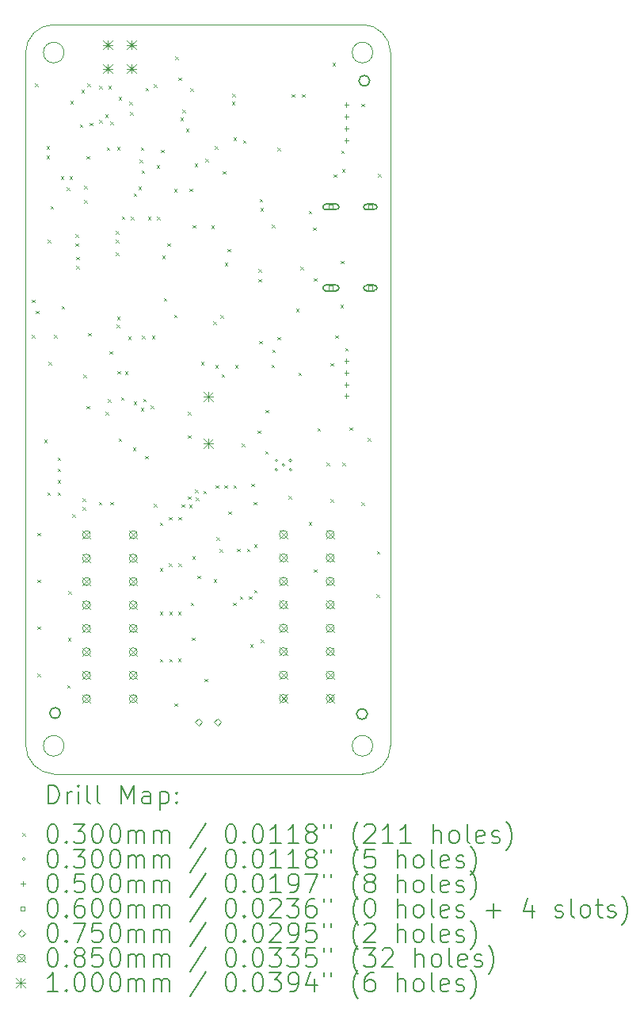
<source format=gbr>
%TF.GenerationSoftware,KiCad,Pcbnew,7.0.2-0*%
%TF.CreationDate,2023-10-14T20:17:38-05:00*%
%TF.ProjectId,Flight Computer,466c6967-6874-4204-936f-6d7075746572,1.1*%
%TF.SameCoordinates,Original*%
%TF.FileFunction,Drillmap*%
%TF.FilePolarity,Positive*%
%FSLAX45Y45*%
G04 Gerber Fmt 4.5, Leading zero omitted, Abs format (unit mm)*
G04 Created by KiCad (PCBNEW 7.0.2-0) date 2023-10-14 20:17:38*
%MOMM*%
%LPD*%
G01*
G04 APERTURE LIST*
%ADD10C,0.100000*%
%ADD11C,0.150000*%
%ADD12C,0.200000*%
%ADD13C,0.030000*%
%ADD14C,0.050000*%
%ADD15C,0.060000*%
%ADD16C,0.075000*%
%ADD17C,0.085000*%
G04 APERTURE END LIST*
D10*
X13690000Y-14050000D02*
G75*
G03*
X13690000Y-14050000I-110000J0D01*
G01*
X16990000Y-14050000D02*
G75*
G03*
X16990000Y-14050000I-110000J0D01*
G01*
X13690000Y-6650000D02*
G75*
G03*
X13690000Y-6650000I-110000J0D01*
G01*
X16990000Y-6650000D02*
G75*
G03*
X16990000Y-6650000I-110000J0D01*
G01*
X17180000Y-6651250D02*
G75*
G03*
X16880000Y-6351250I-300000J0D01*
G01*
X13580000Y-6351250D02*
G75*
G03*
X13280000Y-6651250I0J-300000D01*
G01*
D11*
X16957600Y-6951000D02*
G75*
G03*
X16957600Y-6951000I-57600J0D01*
G01*
D10*
X16880000Y-6351250D02*
X13580000Y-6351250D01*
X16880000Y-14351250D02*
G75*
G03*
X17180000Y-14051250I0J300000D01*
G01*
X13279764Y-14039118D02*
G75*
G03*
X13580000Y-14351250I312366J-2D01*
G01*
D11*
X13652600Y-13700000D02*
G75*
G03*
X13652600Y-13700000I-57600J0D01*
G01*
X16932600Y-13710000D02*
G75*
G03*
X16932600Y-13710000I-57600J0D01*
G01*
D10*
X13580000Y-14351250D02*
X16880000Y-14351250D01*
X17180000Y-14051250D02*
X17180000Y-6651250D01*
X13280000Y-6651250D02*
X13280000Y-14039118D01*
D12*
D13*
X13345000Y-9286250D02*
X13375000Y-9316250D01*
X13375000Y-9286250D02*
X13345000Y-9316250D01*
X13347000Y-9665000D02*
X13377000Y-9695000D01*
X13377000Y-9665000D02*
X13347000Y-9695000D01*
X13380000Y-6980000D02*
X13410000Y-7010000D01*
X13410000Y-6980000D02*
X13380000Y-7010000D01*
X13390000Y-9406250D02*
X13420000Y-9436250D01*
X13420000Y-9406250D02*
X13390000Y-9436250D01*
X13407500Y-11778000D02*
X13437500Y-11808000D01*
X13437500Y-11778000D02*
X13407500Y-11808000D01*
X13407500Y-12277000D02*
X13437500Y-12307000D01*
X13437500Y-12277000D02*
X13407500Y-12307000D01*
X13407500Y-12777000D02*
X13437500Y-12807000D01*
X13437500Y-12777000D02*
X13407500Y-12807000D01*
X13407500Y-13278000D02*
X13437500Y-13308000D01*
X13437500Y-13278000D02*
X13407500Y-13308000D01*
X13478969Y-10781769D02*
X13508969Y-10811769D01*
X13508969Y-10781769D02*
X13478969Y-10811769D01*
X13505000Y-7650000D02*
X13535000Y-7680000D01*
X13535000Y-7650000D02*
X13505000Y-7680000D01*
X13505000Y-7750000D02*
X13535000Y-7780000D01*
X13535000Y-7750000D02*
X13505000Y-7780000D01*
X13510000Y-11345000D02*
X13540000Y-11375000D01*
X13540000Y-11345000D02*
X13510000Y-11375000D01*
X13518000Y-8648250D02*
X13548000Y-8678250D01*
X13548000Y-8648250D02*
X13518000Y-8678250D01*
X13525000Y-9950000D02*
X13555000Y-9980000D01*
X13555000Y-9950000D02*
X13525000Y-9980000D01*
X13543877Y-8286123D02*
X13573877Y-8316123D01*
X13573877Y-8286123D02*
X13543877Y-8316123D01*
X13582000Y-9665000D02*
X13612000Y-9695000D01*
X13612000Y-9665000D02*
X13582000Y-9695000D01*
X13620000Y-10970000D02*
X13650000Y-11000000D01*
X13650000Y-10970000D02*
X13620000Y-11000000D01*
X13620000Y-11090000D02*
X13650000Y-11120000D01*
X13650000Y-11090000D02*
X13620000Y-11120000D01*
X13620000Y-11215000D02*
X13650000Y-11245000D01*
X13650000Y-11215000D02*
X13620000Y-11245000D01*
X13620000Y-11345000D02*
X13650000Y-11375000D01*
X13650000Y-11345000D02*
X13620000Y-11375000D01*
X13657000Y-7970000D02*
X13687000Y-8000000D01*
X13687000Y-7970000D02*
X13657000Y-8000000D01*
X13665000Y-9356250D02*
X13695000Y-9386250D01*
X13695000Y-9356250D02*
X13665000Y-9386250D01*
X13720000Y-8090000D02*
X13750000Y-8120000D01*
X13750000Y-8090000D02*
X13720000Y-8120000D01*
X13725000Y-13400000D02*
X13755000Y-13430000D01*
X13755000Y-13400000D02*
X13725000Y-13430000D01*
X13730000Y-12896250D02*
X13760000Y-12926250D01*
X13760000Y-12896250D02*
X13730000Y-12926250D01*
X13735000Y-12400000D02*
X13765000Y-12430000D01*
X13765000Y-12400000D02*
X13735000Y-12430000D01*
X13750000Y-7970000D02*
X13780000Y-8000000D01*
X13780000Y-7970000D02*
X13750000Y-8000000D01*
X13755658Y-7165658D02*
X13785658Y-7195658D01*
X13785658Y-7165658D02*
X13755658Y-7195658D01*
X13780000Y-11575000D02*
X13810000Y-11605000D01*
X13810000Y-11575000D02*
X13780000Y-11605000D01*
X13810000Y-8588250D02*
X13840000Y-8618250D01*
X13840000Y-8588250D02*
X13810000Y-8618250D01*
X13810000Y-8684250D02*
X13840000Y-8714250D01*
X13840000Y-8684250D02*
X13810000Y-8714250D01*
X13820000Y-8830000D02*
X13850000Y-8860000D01*
X13850000Y-8830000D02*
X13820000Y-8860000D01*
X13820000Y-8926750D02*
X13850000Y-8956750D01*
X13850000Y-8926750D02*
X13820000Y-8956750D01*
X13860000Y-7415000D02*
X13890000Y-7445000D01*
X13890000Y-7415000D02*
X13860000Y-7445000D01*
X13875883Y-7045433D02*
X13905883Y-7075433D01*
X13905883Y-7045433D02*
X13875883Y-7075433D01*
X13890000Y-11410000D02*
X13920000Y-11440000D01*
X13920000Y-11410000D02*
X13890000Y-11440000D01*
X13890000Y-11500000D02*
X13920000Y-11530000D01*
X13920000Y-11500000D02*
X13890000Y-11530000D01*
X13897500Y-10087500D02*
X13927500Y-10117500D01*
X13927500Y-10087500D02*
X13897500Y-10117500D01*
X13905000Y-8072500D02*
X13935000Y-8102500D01*
X13935000Y-8072500D02*
X13905000Y-8102500D01*
X13905000Y-8225000D02*
X13935000Y-8255000D01*
X13935000Y-8225000D02*
X13905000Y-8255000D01*
X13930000Y-7755000D02*
X13960000Y-7785000D01*
X13960000Y-7755000D02*
X13930000Y-7785000D01*
X13930000Y-10420000D02*
X13960000Y-10450000D01*
X13960000Y-10420000D02*
X13930000Y-10450000D01*
X13940658Y-6980658D02*
X13970658Y-7010658D01*
X13970658Y-6980658D02*
X13940658Y-7010658D01*
X13949598Y-9641630D02*
X13979598Y-9671630D01*
X13979598Y-9641630D02*
X13949598Y-9671630D01*
X13965000Y-7400000D02*
X13995000Y-7430000D01*
X13995000Y-7400000D02*
X13965000Y-7430000D01*
X14060000Y-11446250D02*
X14090000Y-11476250D01*
X14090000Y-11446250D02*
X14060000Y-11476250D01*
X14065354Y-7368412D02*
X14095354Y-7398412D01*
X14095354Y-7368412D02*
X14065354Y-7398412D01*
X14067000Y-7006950D02*
X14097000Y-7036950D01*
X14097000Y-7006950D02*
X14067000Y-7036950D01*
X14130776Y-7312282D02*
X14160776Y-7342282D01*
X14160776Y-7312282D02*
X14130776Y-7342282D01*
X14131787Y-10486787D02*
X14161787Y-10516787D01*
X14161787Y-10486787D02*
X14131787Y-10516787D01*
X14145498Y-7659502D02*
X14175498Y-7689502D01*
X14175498Y-7659502D02*
X14145498Y-7689502D01*
X14157500Y-10347500D02*
X14187500Y-10377500D01*
X14187500Y-10347500D02*
X14157500Y-10377500D01*
X14163000Y-7006950D02*
X14193000Y-7036950D01*
X14193000Y-7006950D02*
X14163000Y-7036950D01*
X14175795Y-9839205D02*
X14205795Y-9869205D01*
X14205795Y-9839205D02*
X14175795Y-9869205D01*
X14185000Y-7385000D02*
X14215000Y-7415000D01*
X14215000Y-7385000D02*
X14185000Y-7415000D01*
X14185000Y-11446250D02*
X14215000Y-11476250D01*
X14215000Y-11446250D02*
X14185000Y-11476250D01*
X14244069Y-8556736D02*
X14274069Y-8586736D01*
X14274069Y-8556736D02*
X14244069Y-8586736D01*
X14244817Y-8785000D02*
X14274817Y-8815000D01*
X14274817Y-8785000D02*
X14244817Y-8815000D01*
X14245266Y-8646678D02*
X14275266Y-8676678D01*
X14275266Y-8646678D02*
X14245266Y-8676678D01*
X14254549Y-9553958D02*
X14284549Y-9583958D01*
X14284549Y-9553958D02*
X14254549Y-9583958D01*
X14255000Y-7655000D02*
X14285000Y-7685000D01*
X14285000Y-7655000D02*
X14255000Y-7685000D01*
X14255060Y-9470000D02*
X14285060Y-9500000D01*
X14285060Y-9470000D02*
X14255060Y-9500000D01*
X14260000Y-10050000D02*
X14290000Y-10080000D01*
X14290000Y-10050000D02*
X14260000Y-10080000D01*
X14274594Y-7125050D02*
X14304594Y-7155050D01*
X14304594Y-7125050D02*
X14274594Y-7155050D01*
X14275000Y-10770000D02*
X14305000Y-10800000D01*
X14305000Y-10770000D02*
X14275000Y-10800000D01*
X14300000Y-10330000D02*
X14330000Y-10360000D01*
X14330000Y-10330000D02*
X14300000Y-10360000D01*
X14308708Y-8399738D02*
X14338708Y-8429738D01*
X14338708Y-8399738D02*
X14308708Y-8429738D01*
X14342673Y-10052327D02*
X14372673Y-10082327D01*
X14372673Y-10052327D02*
X14342673Y-10082327D01*
X14374897Y-9682860D02*
X14404897Y-9712860D01*
X14404897Y-9682860D02*
X14374897Y-9712860D01*
X14390000Y-7176250D02*
X14420000Y-7206250D01*
X14420000Y-7176250D02*
X14390000Y-7206250D01*
X14395000Y-7286250D02*
X14425000Y-7316250D01*
X14425000Y-7286250D02*
X14395000Y-7316250D01*
X14403000Y-8400000D02*
X14433000Y-8430000D01*
X14433000Y-8400000D02*
X14403000Y-8430000D01*
X14425000Y-10865000D02*
X14455000Y-10895000D01*
X14455000Y-10865000D02*
X14425000Y-10895000D01*
X14435000Y-8152000D02*
X14465000Y-8182000D01*
X14465000Y-8152000D02*
X14435000Y-8182000D01*
X14435183Y-10372795D02*
X14465183Y-10402795D01*
X14465183Y-10372795D02*
X14435183Y-10402795D01*
X14485000Y-8082750D02*
X14515000Y-8112750D01*
X14515000Y-8082750D02*
X14485000Y-8112750D01*
X14500000Y-7791200D02*
X14530000Y-7821200D01*
X14530000Y-7791200D02*
X14500000Y-7821200D01*
X14510000Y-7662450D02*
X14540000Y-7692450D01*
X14540000Y-7662450D02*
X14510000Y-7692450D01*
X14511939Y-10444743D02*
X14541939Y-10474743D01*
X14541939Y-10444743D02*
X14511939Y-10474743D01*
X14519538Y-7906712D02*
X14549538Y-7936712D01*
X14549538Y-7906712D02*
X14519538Y-7936712D01*
X14523969Y-9673900D02*
X14553969Y-9703900D01*
X14553969Y-9673900D02*
X14523969Y-9703900D01*
X14537500Y-10344500D02*
X14567500Y-10374500D01*
X14567500Y-10344500D02*
X14537500Y-10374500D01*
X14555000Y-10955000D02*
X14585000Y-10985000D01*
X14585000Y-10955000D02*
X14555000Y-10985000D01*
X14562000Y-7028000D02*
X14592000Y-7058000D01*
X14592000Y-7028000D02*
X14562000Y-7058000D01*
X14587550Y-8400000D02*
X14617550Y-8430000D01*
X14617550Y-8400000D02*
X14587550Y-8430000D01*
X14615500Y-10415500D02*
X14645500Y-10445500D01*
X14645500Y-10415500D02*
X14615500Y-10445500D01*
X14630824Y-9673800D02*
X14660824Y-9703800D01*
X14660824Y-9673800D02*
X14630824Y-9703800D01*
X14650000Y-11465000D02*
X14680000Y-11495000D01*
X14680000Y-11465000D02*
X14650000Y-11495000D01*
X14650250Y-6988000D02*
X14680250Y-7018000D01*
X14680250Y-6988000D02*
X14650250Y-7018000D01*
X14680000Y-7852245D02*
X14710000Y-7882245D01*
X14710000Y-7852245D02*
X14680000Y-7882245D01*
X14682395Y-8399950D02*
X14712395Y-8429950D01*
X14712395Y-8399950D02*
X14682395Y-8429950D01*
X14715000Y-11665000D02*
X14745000Y-11695000D01*
X14745000Y-11665000D02*
X14715000Y-11695000D01*
X14715000Y-12155000D02*
X14745000Y-12185000D01*
X14745000Y-12155000D02*
X14715000Y-12185000D01*
X14715000Y-12620000D02*
X14745000Y-12650000D01*
X14745000Y-12620000D02*
X14715000Y-12650000D01*
X14715000Y-13121250D02*
X14745000Y-13151250D01*
X14745000Y-13121250D02*
X14715000Y-13151250D01*
X14725449Y-7685000D02*
X14755449Y-7715000D01*
X14755449Y-7685000D02*
X14725449Y-7715000D01*
X14740000Y-8816250D02*
X14770000Y-8846250D01*
X14770000Y-8816250D02*
X14740000Y-8846250D01*
X14755000Y-9271250D02*
X14785000Y-9301250D01*
X14785000Y-9271250D02*
X14755000Y-9301250D01*
X14794966Y-8686967D02*
X14824966Y-8716967D01*
X14824966Y-8686967D02*
X14794966Y-8716967D01*
X14810000Y-11605000D02*
X14840000Y-11635000D01*
X14840000Y-11605000D02*
X14810000Y-11635000D01*
X14810000Y-12100000D02*
X14840000Y-12130000D01*
X14840000Y-12100000D02*
X14810000Y-12130000D01*
X14815000Y-12620000D02*
X14845000Y-12650000D01*
X14845000Y-12620000D02*
X14815000Y-12650000D01*
X14815000Y-13121250D02*
X14845000Y-13151250D01*
X14845000Y-13121250D02*
X14815000Y-13151250D01*
X14865000Y-8105000D02*
X14895000Y-8135000D01*
X14895000Y-8105000D02*
X14865000Y-8135000D01*
X14865000Y-9446250D02*
X14895000Y-9476250D01*
X14895000Y-9446250D02*
X14865000Y-9476250D01*
X14870000Y-13595000D02*
X14900000Y-13625000D01*
X14900000Y-13595000D02*
X14870000Y-13625000D01*
X14877500Y-6692500D02*
X14907500Y-6722500D01*
X14907500Y-6692500D02*
X14877500Y-6722500D01*
X14910000Y-12620000D02*
X14940000Y-12650000D01*
X14940000Y-12620000D02*
X14910000Y-12650000D01*
X14910000Y-13120000D02*
X14940000Y-13150000D01*
X14940000Y-13120000D02*
X14910000Y-13150000D01*
X14915000Y-6915000D02*
X14945000Y-6945000D01*
X14945000Y-6915000D02*
X14915000Y-6945000D01*
X14915000Y-11605000D02*
X14945000Y-11635000D01*
X14945000Y-11605000D02*
X14915000Y-11635000D01*
X14915000Y-12101250D02*
X14945000Y-12131250D01*
X14945000Y-12101250D02*
X14915000Y-12131250D01*
X14935000Y-7345000D02*
X14965000Y-7375000D01*
X14965000Y-7345000D02*
X14935000Y-7375000D01*
X14947478Y-11469795D02*
X14977478Y-11499795D01*
X14977478Y-11469795D02*
X14947478Y-11499795D01*
X14954000Y-7261000D02*
X14984000Y-7291000D01*
X14984000Y-7261000D02*
X14954000Y-7291000D01*
X14991621Y-7462574D02*
X15021621Y-7492574D01*
X15021621Y-7462574D02*
X14991621Y-7492574D01*
X15014079Y-11387762D02*
X15044079Y-11417762D01*
X15044079Y-11387762D02*
X15014079Y-11417762D01*
X15015000Y-10486250D02*
X15045000Y-10516250D01*
X15045000Y-10486250D02*
X15015000Y-10516250D01*
X15015000Y-10736250D02*
X15045000Y-10766250D01*
X15045000Y-10736250D02*
X15015000Y-10766250D01*
X15028000Y-11476000D02*
X15058000Y-11506000D01*
X15058000Y-11476000D02*
X15028000Y-11506000D01*
X15032450Y-8103100D02*
X15062450Y-8133100D01*
X15062450Y-8103100D02*
X15032450Y-8133100D01*
X15040000Y-7030000D02*
X15070000Y-7060000D01*
X15070000Y-7030000D02*
X15040000Y-7060000D01*
X15045000Y-12520000D02*
X15075000Y-12550000D01*
X15075000Y-12520000D02*
X15045000Y-12550000D01*
X15055000Y-12895000D02*
X15085000Y-12925000D01*
X15085000Y-12895000D02*
X15055000Y-12925000D01*
X15060000Y-12025000D02*
X15090000Y-12055000D01*
X15090000Y-12025000D02*
X15060000Y-12055000D01*
X15064236Y-8492014D02*
X15094236Y-8522014D01*
X15094236Y-8492014D02*
X15064236Y-8522014D01*
X15085000Y-7835000D02*
X15115000Y-7865000D01*
X15115000Y-7835000D02*
X15085000Y-7865000D01*
X15090043Y-11314409D02*
X15120043Y-11344409D01*
X15120043Y-11314409D02*
X15090043Y-11344409D01*
X15100129Y-11399495D02*
X15130129Y-11429495D01*
X15130129Y-11399495D02*
X15100129Y-11429495D01*
X15115000Y-12235000D02*
X15145000Y-12265000D01*
X15145000Y-12235000D02*
X15115000Y-12265000D01*
X15155000Y-9952000D02*
X15185000Y-9982000D01*
X15185000Y-9952000D02*
X15155000Y-9982000D01*
X15177970Y-11327988D02*
X15207970Y-11357988D01*
X15207970Y-11327988D02*
X15177970Y-11357988D01*
X15190000Y-13335000D02*
X15220000Y-13365000D01*
X15220000Y-13335000D02*
X15190000Y-13365000D01*
X15200000Y-7783800D02*
X15230000Y-7813800D01*
X15230000Y-7783800D02*
X15200000Y-7813800D01*
X15265000Y-8496200D02*
X15295000Y-8526200D01*
X15295000Y-8496200D02*
X15265000Y-8526200D01*
X15285000Y-9521300D02*
X15315000Y-9551300D01*
X15315000Y-9521300D02*
X15285000Y-9551300D01*
X15290000Y-12270000D02*
X15320000Y-12300000D01*
X15320000Y-12270000D02*
X15290000Y-12300000D01*
X15301050Y-7647000D02*
X15331050Y-7677000D01*
X15331050Y-7647000D02*
X15301050Y-7677000D01*
X15305042Y-9985000D02*
X15335042Y-10015000D01*
X15335042Y-9985000D02*
X15305042Y-10015000D01*
X15310000Y-11266250D02*
X15340000Y-11296250D01*
X15340000Y-11266250D02*
X15310000Y-11296250D01*
X15320000Y-11825000D02*
X15350000Y-11855000D01*
X15350000Y-11825000D02*
X15320000Y-11855000D01*
X15355000Y-11950000D02*
X15385000Y-11980000D01*
X15385000Y-11950000D02*
X15355000Y-11980000D01*
X15360000Y-9451350D02*
X15390000Y-9481350D01*
X15390000Y-9451350D02*
X15360000Y-9481350D01*
X15374000Y-10084000D02*
X15404000Y-10114000D01*
X15404000Y-10084000D02*
X15374000Y-10114000D01*
X15385000Y-7915000D02*
X15415000Y-7945000D01*
X15415000Y-7915000D02*
X15385000Y-7945000D01*
X15405000Y-11266250D02*
X15435000Y-11296250D01*
X15435000Y-11266250D02*
X15405000Y-11296250D01*
X15408700Y-8893550D02*
X15438700Y-8923550D01*
X15438700Y-8893550D02*
X15408700Y-8923550D01*
X15436000Y-8744250D02*
X15466000Y-8774250D01*
X15466000Y-8744250D02*
X15436000Y-8774250D01*
X15445000Y-11546250D02*
X15475000Y-11576250D01*
X15475000Y-11546250D02*
X15445000Y-11576250D01*
X15485000Y-7174000D02*
X15515000Y-7204000D01*
X15515000Y-7174000D02*
X15485000Y-7204000D01*
X15487841Y-7087841D02*
X15517841Y-7117841D01*
X15517841Y-7087841D02*
X15487841Y-7117841D01*
X15495000Y-12520000D02*
X15525000Y-12550000D01*
X15525000Y-12520000D02*
X15495000Y-12550000D01*
X15500000Y-11266250D02*
X15530000Y-11296250D01*
X15530000Y-11266250D02*
X15500000Y-11296250D01*
X15502000Y-7555000D02*
X15532000Y-7585000D01*
X15532000Y-7555000D02*
X15502000Y-7585000D01*
X15516250Y-9985000D02*
X15546250Y-10015000D01*
X15546250Y-9985000D02*
X15516250Y-10015000D01*
X15540000Y-11946250D02*
X15570000Y-11976250D01*
X15570000Y-11946250D02*
X15540000Y-11976250D01*
X15570000Y-12455000D02*
X15600000Y-12485000D01*
X15600000Y-12455000D02*
X15570000Y-12485000D01*
X15590000Y-10825000D02*
X15620000Y-10855000D01*
X15620000Y-10825000D02*
X15590000Y-10855000D01*
X15601000Y-7585000D02*
X15631000Y-7615000D01*
X15631000Y-7585000D02*
X15601000Y-7615000D01*
X15645000Y-11946250D02*
X15675000Y-11976250D01*
X15675000Y-11946250D02*
X15645000Y-11976250D01*
X15665000Y-12454000D02*
X15695000Y-12484000D01*
X15695000Y-12454000D02*
X15665000Y-12484000D01*
X15678250Y-12968000D02*
X15708250Y-12998000D01*
X15708250Y-12968000D02*
X15678250Y-12998000D01*
X15690000Y-11251250D02*
X15720000Y-11281250D01*
X15720000Y-11251250D02*
X15690000Y-11281250D01*
X15715000Y-11445000D02*
X15745000Y-11475000D01*
X15745000Y-11445000D02*
X15715000Y-11475000D01*
X15720000Y-11900000D02*
X15750000Y-11930000D01*
X15750000Y-11900000D02*
X15720000Y-11930000D01*
X15720000Y-12385000D02*
X15750000Y-12415000D01*
X15750000Y-12385000D02*
X15720000Y-12415000D01*
X15760000Y-10685000D02*
X15790000Y-10715000D01*
X15790000Y-10685000D02*
X15760000Y-10715000D01*
X15768800Y-8963000D02*
X15798800Y-8993000D01*
X15798800Y-8963000D02*
X15768800Y-8993000D01*
X15768800Y-9068000D02*
X15798800Y-9098000D01*
X15798800Y-9068000D02*
X15768800Y-9098000D01*
X15775000Y-9726250D02*
X15805000Y-9756250D01*
X15805000Y-9726250D02*
X15775000Y-9756250D01*
X15780000Y-8211250D02*
X15810000Y-8241250D01*
X15810000Y-8211250D02*
X15780000Y-8241250D01*
X15790000Y-8311250D02*
X15820000Y-8341250D01*
X15820000Y-8311250D02*
X15790000Y-8341250D01*
X15792500Y-12913750D02*
X15822500Y-12943750D01*
X15822500Y-12913750D02*
X15792500Y-12943750D01*
X15839277Y-10902615D02*
X15869277Y-10932615D01*
X15869277Y-10902615D02*
X15839277Y-10932615D01*
X15846092Y-10463908D02*
X15876092Y-10493908D01*
X15876092Y-10463908D02*
X15846092Y-10493908D01*
X15906250Y-9981250D02*
X15936250Y-10011250D01*
X15936250Y-9981250D02*
X15906250Y-10011250D01*
X15913874Y-8486300D02*
X15943874Y-8516300D01*
X15943874Y-8486300D02*
X15913874Y-8516300D01*
X15915000Y-9821250D02*
X15945000Y-9851250D01*
X15945000Y-9821250D02*
X15915000Y-9851250D01*
X15970000Y-9686250D02*
X16000000Y-9716250D01*
X16000000Y-9686250D02*
X15970000Y-9716250D01*
X15972000Y-7667250D02*
X16002000Y-7697250D01*
X16002000Y-7667250D02*
X15972000Y-7697250D01*
X16089000Y-11384000D02*
X16119000Y-11414000D01*
X16119000Y-11384000D02*
X16089000Y-11414000D01*
X16125000Y-7095000D02*
X16155000Y-7125000D01*
X16155000Y-7095000D02*
X16125000Y-7125000D01*
X16170000Y-9386250D02*
X16200000Y-9416250D01*
X16200000Y-9386250D02*
X16170000Y-9416250D01*
X16195000Y-10066250D02*
X16225000Y-10096250D01*
X16225000Y-10066250D02*
X16195000Y-10096250D01*
X16216538Y-8935462D02*
X16246538Y-8965462D01*
X16246538Y-8935462D02*
X16216538Y-8965462D01*
X16234000Y-7095000D02*
X16264000Y-7125000D01*
X16264000Y-7095000D02*
X16234000Y-7125000D01*
X16307000Y-8339000D02*
X16337000Y-8369000D01*
X16337000Y-8339000D02*
X16307000Y-8369000D01*
X16307450Y-11663750D02*
X16337450Y-11693750D01*
X16337450Y-11663750D02*
X16307450Y-11693750D01*
X16353060Y-8514762D02*
X16383060Y-8544762D01*
X16383060Y-8514762D02*
X16353060Y-8544762D01*
X16360000Y-9060000D02*
X16390000Y-9090000D01*
X16390000Y-9060000D02*
X16360000Y-9090000D01*
X16360000Y-12163750D02*
X16390000Y-12193750D01*
X16390000Y-12163750D02*
X16360000Y-12193750D01*
X16398125Y-10658125D02*
X16428125Y-10688125D01*
X16428125Y-10658125D02*
X16398125Y-10688125D01*
X16495000Y-11026250D02*
X16525000Y-11056250D01*
X16525000Y-11026250D02*
X16495000Y-11056250D01*
X16537450Y-9964000D02*
X16567450Y-9994000D01*
X16567450Y-9964000D02*
X16537450Y-9994000D01*
X16540000Y-11415000D02*
X16570000Y-11445000D01*
X16570000Y-11415000D02*
X16540000Y-11445000D01*
X16560000Y-6760000D02*
X16590000Y-6790000D01*
X16590000Y-6760000D02*
X16560000Y-6790000D01*
X16570500Y-7950000D02*
X16600500Y-7980000D01*
X16600500Y-7950000D02*
X16570500Y-7980000D01*
X16590000Y-9666250D02*
X16620000Y-9696250D01*
X16620000Y-9666250D02*
X16590000Y-9696250D01*
X16645050Y-9343805D02*
X16675050Y-9373805D01*
X16675050Y-9343805D02*
X16645050Y-9373805D01*
X16650050Y-8871250D02*
X16680050Y-8901250D01*
X16680050Y-8871250D02*
X16650050Y-8901250D01*
X16654000Y-7694000D02*
X16684000Y-7724000D01*
X16684000Y-7694000D02*
X16654000Y-7724000D01*
X16660050Y-7896250D02*
X16690050Y-7926250D01*
X16690050Y-7896250D02*
X16660050Y-7926250D01*
X16665000Y-11025000D02*
X16695000Y-11055000D01*
X16695000Y-11025000D02*
X16665000Y-11055000D01*
X16694000Y-9802000D02*
X16724000Y-9832000D01*
X16724000Y-9802000D02*
X16694000Y-9832000D01*
X16740000Y-10650000D02*
X16770000Y-10680000D01*
X16770000Y-10650000D02*
X16740000Y-10680000D01*
X16869000Y-7194000D02*
X16899000Y-7224000D01*
X16899000Y-7194000D02*
X16869000Y-7224000D01*
X16870000Y-11451250D02*
X16900000Y-11481250D01*
X16900000Y-11451250D02*
X16870000Y-11481250D01*
X16935000Y-10766250D02*
X16965000Y-10796250D01*
X16965000Y-10766250D02*
X16935000Y-10796250D01*
X17027500Y-12432500D02*
X17057500Y-12462500D01*
X17057500Y-12432500D02*
X17027500Y-12462500D01*
X17035000Y-11970000D02*
X17065000Y-12000000D01*
X17065000Y-11970000D02*
X17035000Y-12000000D01*
X17045500Y-7945000D02*
X17075500Y-7975000D01*
X17075500Y-7945000D02*
X17045500Y-7975000D01*
X15975000Y-11003750D02*
G75*
G03*
X15975000Y-11003750I-15000J0D01*
G01*
X15975000Y-11103750D02*
G75*
G03*
X15975000Y-11103750I-15000J0D01*
G01*
X16050000Y-11053750D02*
G75*
G03*
X16050000Y-11053750I-15000J0D01*
G01*
X16125000Y-11003750D02*
G75*
G03*
X16125000Y-11003750I-15000J0D01*
G01*
X16125000Y-11103750D02*
G75*
G03*
X16125000Y-11103750I-15000J0D01*
G01*
D14*
X16710000Y-7183750D02*
X16710000Y-7233750D01*
X16685000Y-7208750D02*
X16735000Y-7208750D01*
X16710000Y-7308750D02*
X16710000Y-7358750D01*
X16685000Y-7333750D02*
X16735000Y-7333750D01*
X16710000Y-7433750D02*
X16710000Y-7483750D01*
X16685000Y-7458750D02*
X16735000Y-7458750D01*
X16710000Y-7558750D02*
X16710000Y-7608750D01*
X16685000Y-7583750D02*
X16735000Y-7583750D01*
X16710000Y-9917500D02*
X16710000Y-9967500D01*
X16685000Y-9942500D02*
X16735000Y-9942500D01*
X16710000Y-10042500D02*
X16710000Y-10092500D01*
X16685000Y-10067500D02*
X16735000Y-10067500D01*
X16710000Y-10167500D02*
X16710000Y-10217500D01*
X16685000Y-10192500D02*
X16735000Y-10192500D01*
X16710000Y-10292500D02*
X16710000Y-10342500D01*
X16685000Y-10317500D02*
X16735000Y-10317500D01*
D15*
X16565213Y-8319463D02*
X16565213Y-8277037D01*
X16522787Y-8277037D01*
X16522787Y-8319463D01*
X16565213Y-8319463D01*
D12*
X16489000Y-8328250D02*
X16599000Y-8328250D01*
X16599000Y-8328250D02*
G75*
G03*
X16599000Y-8268250I0J30000D01*
G01*
X16599000Y-8268250D02*
X16489000Y-8268250D01*
X16489000Y-8268250D02*
G75*
G03*
X16489000Y-8328250I0J-30000D01*
G01*
D15*
X16565213Y-9183463D02*
X16565213Y-9141037D01*
X16522787Y-9141037D01*
X16522787Y-9183463D01*
X16565213Y-9183463D01*
D12*
X16489000Y-9192250D02*
X16599000Y-9192250D01*
X16599000Y-9192250D02*
G75*
G03*
X16599000Y-9132250I0J30000D01*
G01*
X16599000Y-9132250D02*
X16489000Y-9132250D01*
X16489000Y-9132250D02*
G75*
G03*
X16489000Y-9192250I0J-30000D01*
G01*
D15*
X16985213Y-8319463D02*
X16985213Y-8277037D01*
X16942787Y-8277037D01*
X16942787Y-8319463D01*
X16985213Y-8319463D01*
D12*
X16924000Y-8328250D02*
X17004000Y-8328250D01*
X17004000Y-8328250D02*
G75*
G03*
X17004000Y-8268250I0J30000D01*
G01*
X17004000Y-8268250D02*
X16924000Y-8268250D01*
X16924000Y-8268250D02*
G75*
G03*
X16924000Y-8328250I0J-30000D01*
G01*
D15*
X16985213Y-9183463D02*
X16985213Y-9141037D01*
X16942787Y-9141037D01*
X16942787Y-9183463D01*
X16985213Y-9183463D01*
D12*
X16924000Y-9192250D02*
X17004000Y-9192250D01*
X17004000Y-9192250D02*
G75*
G03*
X17004000Y-9132250I0J30000D01*
G01*
X17004000Y-9132250D02*
X16924000Y-9132250D01*
X16924000Y-9132250D02*
G75*
G03*
X16924000Y-9192250I0J-30000D01*
G01*
D16*
X15130000Y-13832500D02*
X15167500Y-13795000D01*
X15130000Y-13757500D01*
X15092500Y-13795000D01*
X15130000Y-13832500D01*
X15330000Y-13832500D02*
X15367500Y-13795000D01*
X15330000Y-13757500D01*
X15292500Y-13795000D01*
X15330000Y-13832500D01*
D17*
X13887500Y-11753750D02*
X13972500Y-11838750D01*
X13972500Y-11753750D02*
X13887500Y-11838750D01*
X13972500Y-11796250D02*
G75*
G03*
X13972500Y-11796250I-42500J0D01*
G01*
X13887500Y-12003750D02*
X13972500Y-12088750D01*
X13972500Y-12003750D02*
X13887500Y-12088750D01*
X13972500Y-12046250D02*
G75*
G03*
X13972500Y-12046250I-42500J0D01*
G01*
X13887500Y-12253750D02*
X13972500Y-12338750D01*
X13972500Y-12253750D02*
X13887500Y-12338750D01*
X13972500Y-12296250D02*
G75*
G03*
X13972500Y-12296250I-42500J0D01*
G01*
X13887500Y-12503750D02*
X13972500Y-12588750D01*
X13972500Y-12503750D02*
X13887500Y-12588750D01*
X13972500Y-12546250D02*
G75*
G03*
X13972500Y-12546250I-42500J0D01*
G01*
X13887500Y-12753750D02*
X13972500Y-12838750D01*
X13972500Y-12753750D02*
X13887500Y-12838750D01*
X13972500Y-12796250D02*
G75*
G03*
X13972500Y-12796250I-42500J0D01*
G01*
X13887500Y-13003750D02*
X13972500Y-13088750D01*
X13972500Y-13003750D02*
X13887500Y-13088750D01*
X13972500Y-13046250D02*
G75*
G03*
X13972500Y-13046250I-42500J0D01*
G01*
X13887500Y-13253750D02*
X13972500Y-13338750D01*
X13972500Y-13253750D02*
X13887500Y-13338750D01*
X13972500Y-13296250D02*
G75*
G03*
X13972500Y-13296250I-42500J0D01*
G01*
X13887500Y-13503750D02*
X13972500Y-13588750D01*
X13972500Y-13503750D02*
X13887500Y-13588750D01*
X13972500Y-13546250D02*
G75*
G03*
X13972500Y-13546250I-42500J0D01*
G01*
X14387500Y-11753750D02*
X14472500Y-11838750D01*
X14472500Y-11753750D02*
X14387500Y-11838750D01*
X14472500Y-11796250D02*
G75*
G03*
X14472500Y-11796250I-42500J0D01*
G01*
X14387500Y-12003750D02*
X14472500Y-12088750D01*
X14472500Y-12003750D02*
X14387500Y-12088750D01*
X14472500Y-12046250D02*
G75*
G03*
X14472500Y-12046250I-42500J0D01*
G01*
X14387500Y-12253750D02*
X14472500Y-12338750D01*
X14472500Y-12253750D02*
X14387500Y-12338750D01*
X14472500Y-12296250D02*
G75*
G03*
X14472500Y-12296250I-42500J0D01*
G01*
X14387500Y-12503750D02*
X14472500Y-12588750D01*
X14472500Y-12503750D02*
X14387500Y-12588750D01*
X14472500Y-12546250D02*
G75*
G03*
X14472500Y-12546250I-42500J0D01*
G01*
X14387500Y-12753750D02*
X14472500Y-12838750D01*
X14472500Y-12753750D02*
X14387500Y-12838750D01*
X14472500Y-12796250D02*
G75*
G03*
X14472500Y-12796250I-42500J0D01*
G01*
X14387500Y-13003750D02*
X14472500Y-13088750D01*
X14472500Y-13003750D02*
X14387500Y-13088750D01*
X14472500Y-13046250D02*
G75*
G03*
X14472500Y-13046250I-42500J0D01*
G01*
X14387500Y-13253750D02*
X14472500Y-13338750D01*
X14472500Y-13253750D02*
X14387500Y-13338750D01*
X14472500Y-13296250D02*
G75*
G03*
X14472500Y-13296250I-42500J0D01*
G01*
X14387500Y-13503750D02*
X14472500Y-13588750D01*
X14472500Y-13503750D02*
X14387500Y-13588750D01*
X14472500Y-13546250D02*
G75*
G03*
X14472500Y-13546250I-42500J0D01*
G01*
X15992500Y-11751250D02*
X16077500Y-11836250D01*
X16077500Y-11751250D02*
X15992500Y-11836250D01*
X16077500Y-11793750D02*
G75*
G03*
X16077500Y-11793750I-42500J0D01*
G01*
X15992500Y-12001250D02*
X16077500Y-12086250D01*
X16077500Y-12001250D02*
X15992500Y-12086250D01*
X16077500Y-12043750D02*
G75*
G03*
X16077500Y-12043750I-42500J0D01*
G01*
X15992500Y-12251250D02*
X16077500Y-12336250D01*
X16077500Y-12251250D02*
X15992500Y-12336250D01*
X16077500Y-12293750D02*
G75*
G03*
X16077500Y-12293750I-42500J0D01*
G01*
X15992500Y-12501250D02*
X16077500Y-12586250D01*
X16077500Y-12501250D02*
X15992500Y-12586250D01*
X16077500Y-12543750D02*
G75*
G03*
X16077500Y-12543750I-42500J0D01*
G01*
X15992500Y-12751250D02*
X16077500Y-12836250D01*
X16077500Y-12751250D02*
X15992500Y-12836250D01*
X16077500Y-12793750D02*
G75*
G03*
X16077500Y-12793750I-42500J0D01*
G01*
X15992500Y-13001250D02*
X16077500Y-13086250D01*
X16077500Y-13001250D02*
X15992500Y-13086250D01*
X16077500Y-13043750D02*
G75*
G03*
X16077500Y-13043750I-42500J0D01*
G01*
X15992500Y-13251250D02*
X16077500Y-13336250D01*
X16077500Y-13251250D02*
X15992500Y-13336250D01*
X16077500Y-13293750D02*
G75*
G03*
X16077500Y-13293750I-42500J0D01*
G01*
X15992500Y-13501250D02*
X16077500Y-13586250D01*
X16077500Y-13501250D02*
X15992500Y-13586250D01*
X16077500Y-13543750D02*
G75*
G03*
X16077500Y-13543750I-42500J0D01*
G01*
X16492500Y-11751250D02*
X16577500Y-11836250D01*
X16577500Y-11751250D02*
X16492500Y-11836250D01*
X16577500Y-11793750D02*
G75*
G03*
X16577500Y-11793750I-42500J0D01*
G01*
X16492500Y-12001250D02*
X16577500Y-12086250D01*
X16577500Y-12001250D02*
X16492500Y-12086250D01*
X16577500Y-12043750D02*
G75*
G03*
X16577500Y-12043750I-42500J0D01*
G01*
X16492500Y-12251250D02*
X16577500Y-12336250D01*
X16577500Y-12251250D02*
X16492500Y-12336250D01*
X16577500Y-12293750D02*
G75*
G03*
X16577500Y-12293750I-42500J0D01*
G01*
X16492500Y-12501250D02*
X16577500Y-12586250D01*
X16577500Y-12501250D02*
X16492500Y-12586250D01*
X16577500Y-12543750D02*
G75*
G03*
X16577500Y-12543750I-42500J0D01*
G01*
X16492500Y-12751250D02*
X16577500Y-12836250D01*
X16577500Y-12751250D02*
X16492500Y-12836250D01*
X16577500Y-12793750D02*
G75*
G03*
X16577500Y-12793750I-42500J0D01*
G01*
X16492500Y-13001250D02*
X16577500Y-13086250D01*
X16577500Y-13001250D02*
X16492500Y-13086250D01*
X16577500Y-13043750D02*
G75*
G03*
X16577500Y-13043750I-42500J0D01*
G01*
X16492500Y-13251250D02*
X16577500Y-13336250D01*
X16577500Y-13251250D02*
X16492500Y-13336250D01*
X16577500Y-13293750D02*
G75*
G03*
X16577500Y-13293750I-42500J0D01*
G01*
X16492500Y-13501250D02*
X16577500Y-13586250D01*
X16577500Y-13501250D02*
X16492500Y-13586250D01*
X16577500Y-13543750D02*
G75*
G03*
X16577500Y-13543750I-42500J0D01*
G01*
D10*
X14106000Y-6517500D02*
X14206000Y-6617500D01*
X14206000Y-6517500D02*
X14106000Y-6617500D01*
X14156000Y-6517500D02*
X14156000Y-6617500D01*
X14106000Y-6567500D02*
X14206000Y-6567500D01*
X14106000Y-6771500D02*
X14206000Y-6871500D01*
X14206000Y-6771500D02*
X14106000Y-6871500D01*
X14156000Y-6771500D02*
X14156000Y-6871500D01*
X14106000Y-6821500D02*
X14206000Y-6821500D01*
X14360000Y-6517500D02*
X14460000Y-6617500D01*
X14460000Y-6517500D02*
X14360000Y-6617500D01*
X14410000Y-6517500D02*
X14410000Y-6617500D01*
X14360000Y-6567500D02*
X14460000Y-6567500D01*
X14360000Y-6771500D02*
X14460000Y-6871500D01*
X14460000Y-6771500D02*
X14360000Y-6871500D01*
X14410000Y-6771500D02*
X14410000Y-6871500D01*
X14360000Y-6821500D02*
X14460000Y-6821500D01*
X15180000Y-10271250D02*
X15280000Y-10371250D01*
X15280000Y-10271250D02*
X15180000Y-10371250D01*
X15230000Y-10271250D02*
X15230000Y-10371250D01*
X15180000Y-10321250D02*
X15280000Y-10321250D01*
X15180000Y-10771250D02*
X15280000Y-10871250D01*
X15280000Y-10771250D02*
X15180000Y-10871250D01*
X15230000Y-10771250D02*
X15230000Y-10871250D01*
X15180000Y-10821250D02*
X15280000Y-10821250D01*
D12*
X13522383Y-14668774D02*
X13522383Y-14468774D01*
X13522383Y-14468774D02*
X13570002Y-14468774D01*
X13570002Y-14468774D02*
X13598574Y-14478298D01*
X13598574Y-14478298D02*
X13617621Y-14497345D01*
X13617621Y-14497345D02*
X13627145Y-14516393D01*
X13627145Y-14516393D02*
X13636669Y-14554488D01*
X13636669Y-14554488D02*
X13636669Y-14583059D01*
X13636669Y-14583059D02*
X13627145Y-14621155D01*
X13627145Y-14621155D02*
X13617621Y-14640202D01*
X13617621Y-14640202D02*
X13598574Y-14659250D01*
X13598574Y-14659250D02*
X13570002Y-14668774D01*
X13570002Y-14668774D02*
X13522383Y-14668774D01*
X13722383Y-14668774D02*
X13722383Y-14535440D01*
X13722383Y-14573536D02*
X13731907Y-14554488D01*
X13731907Y-14554488D02*
X13741431Y-14544964D01*
X13741431Y-14544964D02*
X13760479Y-14535440D01*
X13760479Y-14535440D02*
X13779526Y-14535440D01*
X13846193Y-14668774D02*
X13846193Y-14535440D01*
X13846193Y-14468774D02*
X13836669Y-14478298D01*
X13836669Y-14478298D02*
X13846193Y-14487821D01*
X13846193Y-14487821D02*
X13855717Y-14478298D01*
X13855717Y-14478298D02*
X13846193Y-14468774D01*
X13846193Y-14468774D02*
X13846193Y-14487821D01*
X13970002Y-14668774D02*
X13950955Y-14659250D01*
X13950955Y-14659250D02*
X13941431Y-14640202D01*
X13941431Y-14640202D02*
X13941431Y-14468774D01*
X14074764Y-14668774D02*
X14055717Y-14659250D01*
X14055717Y-14659250D02*
X14046193Y-14640202D01*
X14046193Y-14640202D02*
X14046193Y-14468774D01*
X14303336Y-14668774D02*
X14303336Y-14468774D01*
X14303336Y-14468774D02*
X14370002Y-14611631D01*
X14370002Y-14611631D02*
X14436669Y-14468774D01*
X14436669Y-14468774D02*
X14436669Y-14668774D01*
X14617621Y-14668774D02*
X14617621Y-14564012D01*
X14617621Y-14564012D02*
X14608098Y-14544964D01*
X14608098Y-14544964D02*
X14589050Y-14535440D01*
X14589050Y-14535440D02*
X14550955Y-14535440D01*
X14550955Y-14535440D02*
X14531907Y-14544964D01*
X14617621Y-14659250D02*
X14598574Y-14668774D01*
X14598574Y-14668774D02*
X14550955Y-14668774D01*
X14550955Y-14668774D02*
X14531907Y-14659250D01*
X14531907Y-14659250D02*
X14522383Y-14640202D01*
X14522383Y-14640202D02*
X14522383Y-14621155D01*
X14522383Y-14621155D02*
X14531907Y-14602107D01*
X14531907Y-14602107D02*
X14550955Y-14592583D01*
X14550955Y-14592583D02*
X14598574Y-14592583D01*
X14598574Y-14592583D02*
X14617621Y-14583059D01*
X14712860Y-14535440D02*
X14712860Y-14735440D01*
X14712860Y-14544964D02*
X14731907Y-14535440D01*
X14731907Y-14535440D02*
X14770002Y-14535440D01*
X14770002Y-14535440D02*
X14789050Y-14544964D01*
X14789050Y-14544964D02*
X14798574Y-14554488D01*
X14798574Y-14554488D02*
X14808098Y-14573536D01*
X14808098Y-14573536D02*
X14808098Y-14630678D01*
X14808098Y-14630678D02*
X14798574Y-14649726D01*
X14798574Y-14649726D02*
X14789050Y-14659250D01*
X14789050Y-14659250D02*
X14770002Y-14668774D01*
X14770002Y-14668774D02*
X14731907Y-14668774D01*
X14731907Y-14668774D02*
X14712860Y-14659250D01*
X14893812Y-14649726D02*
X14903336Y-14659250D01*
X14903336Y-14659250D02*
X14893812Y-14668774D01*
X14893812Y-14668774D02*
X14884288Y-14659250D01*
X14884288Y-14659250D02*
X14893812Y-14649726D01*
X14893812Y-14649726D02*
X14893812Y-14668774D01*
X14893812Y-14544964D02*
X14903336Y-14554488D01*
X14903336Y-14554488D02*
X14893812Y-14564012D01*
X14893812Y-14564012D02*
X14884288Y-14554488D01*
X14884288Y-14554488D02*
X14893812Y-14544964D01*
X14893812Y-14544964D02*
X14893812Y-14564012D01*
D13*
X13244764Y-14981250D02*
X13274764Y-15011250D01*
X13274764Y-14981250D02*
X13244764Y-15011250D01*
D12*
X13560479Y-14888774D02*
X13579526Y-14888774D01*
X13579526Y-14888774D02*
X13598574Y-14898298D01*
X13598574Y-14898298D02*
X13608098Y-14907821D01*
X13608098Y-14907821D02*
X13617621Y-14926869D01*
X13617621Y-14926869D02*
X13627145Y-14964964D01*
X13627145Y-14964964D02*
X13627145Y-15012583D01*
X13627145Y-15012583D02*
X13617621Y-15050678D01*
X13617621Y-15050678D02*
X13608098Y-15069726D01*
X13608098Y-15069726D02*
X13598574Y-15079250D01*
X13598574Y-15079250D02*
X13579526Y-15088774D01*
X13579526Y-15088774D02*
X13560479Y-15088774D01*
X13560479Y-15088774D02*
X13541431Y-15079250D01*
X13541431Y-15079250D02*
X13531907Y-15069726D01*
X13531907Y-15069726D02*
X13522383Y-15050678D01*
X13522383Y-15050678D02*
X13512860Y-15012583D01*
X13512860Y-15012583D02*
X13512860Y-14964964D01*
X13512860Y-14964964D02*
X13522383Y-14926869D01*
X13522383Y-14926869D02*
X13531907Y-14907821D01*
X13531907Y-14907821D02*
X13541431Y-14898298D01*
X13541431Y-14898298D02*
X13560479Y-14888774D01*
X13712860Y-15069726D02*
X13722383Y-15079250D01*
X13722383Y-15079250D02*
X13712860Y-15088774D01*
X13712860Y-15088774D02*
X13703336Y-15079250D01*
X13703336Y-15079250D02*
X13712860Y-15069726D01*
X13712860Y-15069726D02*
X13712860Y-15088774D01*
X13789050Y-14888774D02*
X13912860Y-14888774D01*
X13912860Y-14888774D02*
X13846193Y-14964964D01*
X13846193Y-14964964D02*
X13874764Y-14964964D01*
X13874764Y-14964964D02*
X13893812Y-14974488D01*
X13893812Y-14974488D02*
X13903336Y-14984012D01*
X13903336Y-14984012D02*
X13912860Y-15003059D01*
X13912860Y-15003059D02*
X13912860Y-15050678D01*
X13912860Y-15050678D02*
X13903336Y-15069726D01*
X13903336Y-15069726D02*
X13893812Y-15079250D01*
X13893812Y-15079250D02*
X13874764Y-15088774D01*
X13874764Y-15088774D02*
X13817621Y-15088774D01*
X13817621Y-15088774D02*
X13798574Y-15079250D01*
X13798574Y-15079250D02*
X13789050Y-15069726D01*
X14036669Y-14888774D02*
X14055717Y-14888774D01*
X14055717Y-14888774D02*
X14074764Y-14898298D01*
X14074764Y-14898298D02*
X14084288Y-14907821D01*
X14084288Y-14907821D02*
X14093812Y-14926869D01*
X14093812Y-14926869D02*
X14103336Y-14964964D01*
X14103336Y-14964964D02*
X14103336Y-15012583D01*
X14103336Y-15012583D02*
X14093812Y-15050678D01*
X14093812Y-15050678D02*
X14084288Y-15069726D01*
X14084288Y-15069726D02*
X14074764Y-15079250D01*
X14074764Y-15079250D02*
X14055717Y-15088774D01*
X14055717Y-15088774D02*
X14036669Y-15088774D01*
X14036669Y-15088774D02*
X14017621Y-15079250D01*
X14017621Y-15079250D02*
X14008098Y-15069726D01*
X14008098Y-15069726D02*
X13998574Y-15050678D01*
X13998574Y-15050678D02*
X13989050Y-15012583D01*
X13989050Y-15012583D02*
X13989050Y-14964964D01*
X13989050Y-14964964D02*
X13998574Y-14926869D01*
X13998574Y-14926869D02*
X14008098Y-14907821D01*
X14008098Y-14907821D02*
X14017621Y-14898298D01*
X14017621Y-14898298D02*
X14036669Y-14888774D01*
X14227145Y-14888774D02*
X14246193Y-14888774D01*
X14246193Y-14888774D02*
X14265241Y-14898298D01*
X14265241Y-14898298D02*
X14274764Y-14907821D01*
X14274764Y-14907821D02*
X14284288Y-14926869D01*
X14284288Y-14926869D02*
X14293812Y-14964964D01*
X14293812Y-14964964D02*
X14293812Y-15012583D01*
X14293812Y-15012583D02*
X14284288Y-15050678D01*
X14284288Y-15050678D02*
X14274764Y-15069726D01*
X14274764Y-15069726D02*
X14265241Y-15079250D01*
X14265241Y-15079250D02*
X14246193Y-15088774D01*
X14246193Y-15088774D02*
X14227145Y-15088774D01*
X14227145Y-15088774D02*
X14208098Y-15079250D01*
X14208098Y-15079250D02*
X14198574Y-15069726D01*
X14198574Y-15069726D02*
X14189050Y-15050678D01*
X14189050Y-15050678D02*
X14179526Y-15012583D01*
X14179526Y-15012583D02*
X14179526Y-14964964D01*
X14179526Y-14964964D02*
X14189050Y-14926869D01*
X14189050Y-14926869D02*
X14198574Y-14907821D01*
X14198574Y-14907821D02*
X14208098Y-14898298D01*
X14208098Y-14898298D02*
X14227145Y-14888774D01*
X14379526Y-15088774D02*
X14379526Y-14955440D01*
X14379526Y-14974488D02*
X14389050Y-14964964D01*
X14389050Y-14964964D02*
X14408098Y-14955440D01*
X14408098Y-14955440D02*
X14436669Y-14955440D01*
X14436669Y-14955440D02*
X14455717Y-14964964D01*
X14455717Y-14964964D02*
X14465241Y-14984012D01*
X14465241Y-14984012D02*
X14465241Y-15088774D01*
X14465241Y-14984012D02*
X14474764Y-14964964D01*
X14474764Y-14964964D02*
X14493812Y-14955440D01*
X14493812Y-14955440D02*
X14522383Y-14955440D01*
X14522383Y-14955440D02*
X14541431Y-14964964D01*
X14541431Y-14964964D02*
X14550955Y-14984012D01*
X14550955Y-14984012D02*
X14550955Y-15088774D01*
X14646193Y-15088774D02*
X14646193Y-14955440D01*
X14646193Y-14974488D02*
X14655717Y-14964964D01*
X14655717Y-14964964D02*
X14674764Y-14955440D01*
X14674764Y-14955440D02*
X14703336Y-14955440D01*
X14703336Y-14955440D02*
X14722383Y-14964964D01*
X14722383Y-14964964D02*
X14731907Y-14984012D01*
X14731907Y-14984012D02*
X14731907Y-15088774D01*
X14731907Y-14984012D02*
X14741431Y-14964964D01*
X14741431Y-14964964D02*
X14760479Y-14955440D01*
X14760479Y-14955440D02*
X14789050Y-14955440D01*
X14789050Y-14955440D02*
X14808098Y-14964964D01*
X14808098Y-14964964D02*
X14817622Y-14984012D01*
X14817622Y-14984012D02*
X14817622Y-15088774D01*
X15208098Y-14879250D02*
X15036669Y-15136393D01*
X15465241Y-14888774D02*
X15484288Y-14888774D01*
X15484288Y-14888774D02*
X15503336Y-14898298D01*
X15503336Y-14898298D02*
X15512860Y-14907821D01*
X15512860Y-14907821D02*
X15522384Y-14926869D01*
X15522384Y-14926869D02*
X15531907Y-14964964D01*
X15531907Y-14964964D02*
X15531907Y-15012583D01*
X15531907Y-15012583D02*
X15522384Y-15050678D01*
X15522384Y-15050678D02*
X15512860Y-15069726D01*
X15512860Y-15069726D02*
X15503336Y-15079250D01*
X15503336Y-15079250D02*
X15484288Y-15088774D01*
X15484288Y-15088774D02*
X15465241Y-15088774D01*
X15465241Y-15088774D02*
X15446193Y-15079250D01*
X15446193Y-15079250D02*
X15436669Y-15069726D01*
X15436669Y-15069726D02*
X15427145Y-15050678D01*
X15427145Y-15050678D02*
X15417622Y-15012583D01*
X15417622Y-15012583D02*
X15417622Y-14964964D01*
X15417622Y-14964964D02*
X15427145Y-14926869D01*
X15427145Y-14926869D02*
X15436669Y-14907821D01*
X15436669Y-14907821D02*
X15446193Y-14898298D01*
X15446193Y-14898298D02*
X15465241Y-14888774D01*
X15617622Y-15069726D02*
X15627145Y-15079250D01*
X15627145Y-15079250D02*
X15617622Y-15088774D01*
X15617622Y-15088774D02*
X15608098Y-15079250D01*
X15608098Y-15079250D02*
X15617622Y-15069726D01*
X15617622Y-15069726D02*
X15617622Y-15088774D01*
X15750955Y-14888774D02*
X15770003Y-14888774D01*
X15770003Y-14888774D02*
X15789050Y-14898298D01*
X15789050Y-14898298D02*
X15798574Y-14907821D01*
X15798574Y-14907821D02*
X15808098Y-14926869D01*
X15808098Y-14926869D02*
X15817622Y-14964964D01*
X15817622Y-14964964D02*
X15817622Y-15012583D01*
X15817622Y-15012583D02*
X15808098Y-15050678D01*
X15808098Y-15050678D02*
X15798574Y-15069726D01*
X15798574Y-15069726D02*
X15789050Y-15079250D01*
X15789050Y-15079250D02*
X15770003Y-15088774D01*
X15770003Y-15088774D02*
X15750955Y-15088774D01*
X15750955Y-15088774D02*
X15731907Y-15079250D01*
X15731907Y-15079250D02*
X15722384Y-15069726D01*
X15722384Y-15069726D02*
X15712860Y-15050678D01*
X15712860Y-15050678D02*
X15703336Y-15012583D01*
X15703336Y-15012583D02*
X15703336Y-14964964D01*
X15703336Y-14964964D02*
X15712860Y-14926869D01*
X15712860Y-14926869D02*
X15722384Y-14907821D01*
X15722384Y-14907821D02*
X15731907Y-14898298D01*
X15731907Y-14898298D02*
X15750955Y-14888774D01*
X16008098Y-15088774D02*
X15893812Y-15088774D01*
X15950955Y-15088774D02*
X15950955Y-14888774D01*
X15950955Y-14888774D02*
X15931907Y-14917345D01*
X15931907Y-14917345D02*
X15912860Y-14936393D01*
X15912860Y-14936393D02*
X15893812Y-14945917D01*
X16198574Y-15088774D02*
X16084288Y-15088774D01*
X16141431Y-15088774D02*
X16141431Y-14888774D01*
X16141431Y-14888774D02*
X16122384Y-14917345D01*
X16122384Y-14917345D02*
X16103336Y-14936393D01*
X16103336Y-14936393D02*
X16084288Y-14945917D01*
X16312860Y-14974488D02*
X16293812Y-14964964D01*
X16293812Y-14964964D02*
X16284288Y-14955440D01*
X16284288Y-14955440D02*
X16274765Y-14936393D01*
X16274765Y-14936393D02*
X16274765Y-14926869D01*
X16274765Y-14926869D02*
X16284288Y-14907821D01*
X16284288Y-14907821D02*
X16293812Y-14898298D01*
X16293812Y-14898298D02*
X16312860Y-14888774D01*
X16312860Y-14888774D02*
X16350955Y-14888774D01*
X16350955Y-14888774D02*
X16370003Y-14898298D01*
X16370003Y-14898298D02*
X16379526Y-14907821D01*
X16379526Y-14907821D02*
X16389050Y-14926869D01*
X16389050Y-14926869D02*
X16389050Y-14936393D01*
X16389050Y-14936393D02*
X16379526Y-14955440D01*
X16379526Y-14955440D02*
X16370003Y-14964964D01*
X16370003Y-14964964D02*
X16350955Y-14974488D01*
X16350955Y-14974488D02*
X16312860Y-14974488D01*
X16312860Y-14974488D02*
X16293812Y-14984012D01*
X16293812Y-14984012D02*
X16284288Y-14993536D01*
X16284288Y-14993536D02*
X16274765Y-15012583D01*
X16274765Y-15012583D02*
X16274765Y-15050678D01*
X16274765Y-15050678D02*
X16284288Y-15069726D01*
X16284288Y-15069726D02*
X16293812Y-15079250D01*
X16293812Y-15079250D02*
X16312860Y-15088774D01*
X16312860Y-15088774D02*
X16350955Y-15088774D01*
X16350955Y-15088774D02*
X16370003Y-15079250D01*
X16370003Y-15079250D02*
X16379526Y-15069726D01*
X16379526Y-15069726D02*
X16389050Y-15050678D01*
X16389050Y-15050678D02*
X16389050Y-15012583D01*
X16389050Y-15012583D02*
X16379526Y-14993536D01*
X16379526Y-14993536D02*
X16370003Y-14984012D01*
X16370003Y-14984012D02*
X16350955Y-14974488D01*
X16465241Y-14888774D02*
X16465241Y-14926869D01*
X16541431Y-14888774D02*
X16541431Y-14926869D01*
X16836670Y-15164964D02*
X16827146Y-15155440D01*
X16827146Y-15155440D02*
X16808098Y-15126869D01*
X16808098Y-15126869D02*
X16798574Y-15107821D01*
X16798574Y-15107821D02*
X16789050Y-15079250D01*
X16789050Y-15079250D02*
X16779527Y-15031631D01*
X16779527Y-15031631D02*
X16779527Y-14993536D01*
X16779527Y-14993536D02*
X16789050Y-14945917D01*
X16789050Y-14945917D02*
X16798574Y-14917345D01*
X16798574Y-14917345D02*
X16808098Y-14898298D01*
X16808098Y-14898298D02*
X16827146Y-14869726D01*
X16827146Y-14869726D02*
X16836670Y-14860202D01*
X16903336Y-14907821D02*
X16912860Y-14898298D01*
X16912860Y-14898298D02*
X16931908Y-14888774D01*
X16931908Y-14888774D02*
X16979527Y-14888774D01*
X16979527Y-14888774D02*
X16998574Y-14898298D01*
X16998574Y-14898298D02*
X17008098Y-14907821D01*
X17008098Y-14907821D02*
X17017622Y-14926869D01*
X17017622Y-14926869D02*
X17017622Y-14945917D01*
X17017622Y-14945917D02*
X17008098Y-14974488D01*
X17008098Y-14974488D02*
X16893812Y-15088774D01*
X16893812Y-15088774D02*
X17017622Y-15088774D01*
X17208098Y-15088774D02*
X17093812Y-15088774D01*
X17150955Y-15088774D02*
X17150955Y-14888774D01*
X17150955Y-14888774D02*
X17131908Y-14917345D01*
X17131908Y-14917345D02*
X17112860Y-14936393D01*
X17112860Y-14936393D02*
X17093812Y-14945917D01*
X17398574Y-15088774D02*
X17284289Y-15088774D01*
X17341431Y-15088774D02*
X17341431Y-14888774D01*
X17341431Y-14888774D02*
X17322384Y-14917345D01*
X17322384Y-14917345D02*
X17303336Y-14936393D01*
X17303336Y-14936393D02*
X17284289Y-14945917D01*
X17636670Y-15088774D02*
X17636670Y-14888774D01*
X17722384Y-15088774D02*
X17722384Y-14984012D01*
X17722384Y-14984012D02*
X17712860Y-14964964D01*
X17712860Y-14964964D02*
X17693812Y-14955440D01*
X17693812Y-14955440D02*
X17665241Y-14955440D01*
X17665241Y-14955440D02*
X17646193Y-14964964D01*
X17646193Y-14964964D02*
X17636670Y-14974488D01*
X17846193Y-15088774D02*
X17827146Y-15079250D01*
X17827146Y-15079250D02*
X17817622Y-15069726D01*
X17817622Y-15069726D02*
X17808098Y-15050678D01*
X17808098Y-15050678D02*
X17808098Y-14993536D01*
X17808098Y-14993536D02*
X17817622Y-14974488D01*
X17817622Y-14974488D02*
X17827146Y-14964964D01*
X17827146Y-14964964D02*
X17846193Y-14955440D01*
X17846193Y-14955440D02*
X17874765Y-14955440D01*
X17874765Y-14955440D02*
X17893812Y-14964964D01*
X17893812Y-14964964D02*
X17903336Y-14974488D01*
X17903336Y-14974488D02*
X17912860Y-14993536D01*
X17912860Y-14993536D02*
X17912860Y-15050678D01*
X17912860Y-15050678D02*
X17903336Y-15069726D01*
X17903336Y-15069726D02*
X17893812Y-15079250D01*
X17893812Y-15079250D02*
X17874765Y-15088774D01*
X17874765Y-15088774D02*
X17846193Y-15088774D01*
X18027146Y-15088774D02*
X18008098Y-15079250D01*
X18008098Y-15079250D02*
X17998574Y-15060202D01*
X17998574Y-15060202D02*
X17998574Y-14888774D01*
X18179527Y-15079250D02*
X18160479Y-15088774D01*
X18160479Y-15088774D02*
X18122384Y-15088774D01*
X18122384Y-15088774D02*
X18103336Y-15079250D01*
X18103336Y-15079250D02*
X18093812Y-15060202D01*
X18093812Y-15060202D02*
X18093812Y-14984012D01*
X18093812Y-14984012D02*
X18103336Y-14964964D01*
X18103336Y-14964964D02*
X18122384Y-14955440D01*
X18122384Y-14955440D02*
X18160479Y-14955440D01*
X18160479Y-14955440D02*
X18179527Y-14964964D01*
X18179527Y-14964964D02*
X18189051Y-14984012D01*
X18189051Y-14984012D02*
X18189051Y-15003059D01*
X18189051Y-15003059D02*
X18093812Y-15022107D01*
X18265241Y-15079250D02*
X18284289Y-15088774D01*
X18284289Y-15088774D02*
X18322384Y-15088774D01*
X18322384Y-15088774D02*
X18341432Y-15079250D01*
X18341432Y-15079250D02*
X18350955Y-15060202D01*
X18350955Y-15060202D02*
X18350955Y-15050678D01*
X18350955Y-15050678D02*
X18341432Y-15031631D01*
X18341432Y-15031631D02*
X18322384Y-15022107D01*
X18322384Y-15022107D02*
X18293812Y-15022107D01*
X18293812Y-15022107D02*
X18274765Y-15012583D01*
X18274765Y-15012583D02*
X18265241Y-14993536D01*
X18265241Y-14993536D02*
X18265241Y-14984012D01*
X18265241Y-14984012D02*
X18274765Y-14964964D01*
X18274765Y-14964964D02*
X18293812Y-14955440D01*
X18293812Y-14955440D02*
X18322384Y-14955440D01*
X18322384Y-14955440D02*
X18341432Y-14964964D01*
X18417622Y-15164964D02*
X18427146Y-15155440D01*
X18427146Y-15155440D02*
X18446193Y-15126869D01*
X18446193Y-15126869D02*
X18455717Y-15107821D01*
X18455717Y-15107821D02*
X18465241Y-15079250D01*
X18465241Y-15079250D02*
X18474765Y-15031631D01*
X18474765Y-15031631D02*
X18474765Y-14993536D01*
X18474765Y-14993536D02*
X18465241Y-14945917D01*
X18465241Y-14945917D02*
X18455717Y-14917345D01*
X18455717Y-14917345D02*
X18446193Y-14898298D01*
X18446193Y-14898298D02*
X18427146Y-14869726D01*
X18427146Y-14869726D02*
X18417622Y-14860202D01*
D13*
X13274764Y-15260250D02*
G75*
G03*
X13274764Y-15260250I-15000J0D01*
G01*
D12*
X13560479Y-15152774D02*
X13579526Y-15152774D01*
X13579526Y-15152774D02*
X13598574Y-15162298D01*
X13598574Y-15162298D02*
X13608098Y-15171821D01*
X13608098Y-15171821D02*
X13617621Y-15190869D01*
X13617621Y-15190869D02*
X13627145Y-15228964D01*
X13627145Y-15228964D02*
X13627145Y-15276583D01*
X13627145Y-15276583D02*
X13617621Y-15314678D01*
X13617621Y-15314678D02*
X13608098Y-15333726D01*
X13608098Y-15333726D02*
X13598574Y-15343250D01*
X13598574Y-15343250D02*
X13579526Y-15352774D01*
X13579526Y-15352774D02*
X13560479Y-15352774D01*
X13560479Y-15352774D02*
X13541431Y-15343250D01*
X13541431Y-15343250D02*
X13531907Y-15333726D01*
X13531907Y-15333726D02*
X13522383Y-15314678D01*
X13522383Y-15314678D02*
X13512860Y-15276583D01*
X13512860Y-15276583D02*
X13512860Y-15228964D01*
X13512860Y-15228964D02*
X13522383Y-15190869D01*
X13522383Y-15190869D02*
X13531907Y-15171821D01*
X13531907Y-15171821D02*
X13541431Y-15162298D01*
X13541431Y-15162298D02*
X13560479Y-15152774D01*
X13712860Y-15333726D02*
X13722383Y-15343250D01*
X13722383Y-15343250D02*
X13712860Y-15352774D01*
X13712860Y-15352774D02*
X13703336Y-15343250D01*
X13703336Y-15343250D02*
X13712860Y-15333726D01*
X13712860Y-15333726D02*
X13712860Y-15352774D01*
X13789050Y-15152774D02*
X13912860Y-15152774D01*
X13912860Y-15152774D02*
X13846193Y-15228964D01*
X13846193Y-15228964D02*
X13874764Y-15228964D01*
X13874764Y-15228964D02*
X13893812Y-15238488D01*
X13893812Y-15238488D02*
X13903336Y-15248012D01*
X13903336Y-15248012D02*
X13912860Y-15267059D01*
X13912860Y-15267059D02*
X13912860Y-15314678D01*
X13912860Y-15314678D02*
X13903336Y-15333726D01*
X13903336Y-15333726D02*
X13893812Y-15343250D01*
X13893812Y-15343250D02*
X13874764Y-15352774D01*
X13874764Y-15352774D02*
X13817621Y-15352774D01*
X13817621Y-15352774D02*
X13798574Y-15343250D01*
X13798574Y-15343250D02*
X13789050Y-15333726D01*
X14036669Y-15152774D02*
X14055717Y-15152774D01*
X14055717Y-15152774D02*
X14074764Y-15162298D01*
X14074764Y-15162298D02*
X14084288Y-15171821D01*
X14084288Y-15171821D02*
X14093812Y-15190869D01*
X14093812Y-15190869D02*
X14103336Y-15228964D01*
X14103336Y-15228964D02*
X14103336Y-15276583D01*
X14103336Y-15276583D02*
X14093812Y-15314678D01*
X14093812Y-15314678D02*
X14084288Y-15333726D01*
X14084288Y-15333726D02*
X14074764Y-15343250D01*
X14074764Y-15343250D02*
X14055717Y-15352774D01*
X14055717Y-15352774D02*
X14036669Y-15352774D01*
X14036669Y-15352774D02*
X14017621Y-15343250D01*
X14017621Y-15343250D02*
X14008098Y-15333726D01*
X14008098Y-15333726D02*
X13998574Y-15314678D01*
X13998574Y-15314678D02*
X13989050Y-15276583D01*
X13989050Y-15276583D02*
X13989050Y-15228964D01*
X13989050Y-15228964D02*
X13998574Y-15190869D01*
X13998574Y-15190869D02*
X14008098Y-15171821D01*
X14008098Y-15171821D02*
X14017621Y-15162298D01*
X14017621Y-15162298D02*
X14036669Y-15152774D01*
X14227145Y-15152774D02*
X14246193Y-15152774D01*
X14246193Y-15152774D02*
X14265241Y-15162298D01*
X14265241Y-15162298D02*
X14274764Y-15171821D01*
X14274764Y-15171821D02*
X14284288Y-15190869D01*
X14284288Y-15190869D02*
X14293812Y-15228964D01*
X14293812Y-15228964D02*
X14293812Y-15276583D01*
X14293812Y-15276583D02*
X14284288Y-15314678D01*
X14284288Y-15314678D02*
X14274764Y-15333726D01*
X14274764Y-15333726D02*
X14265241Y-15343250D01*
X14265241Y-15343250D02*
X14246193Y-15352774D01*
X14246193Y-15352774D02*
X14227145Y-15352774D01*
X14227145Y-15352774D02*
X14208098Y-15343250D01*
X14208098Y-15343250D02*
X14198574Y-15333726D01*
X14198574Y-15333726D02*
X14189050Y-15314678D01*
X14189050Y-15314678D02*
X14179526Y-15276583D01*
X14179526Y-15276583D02*
X14179526Y-15228964D01*
X14179526Y-15228964D02*
X14189050Y-15190869D01*
X14189050Y-15190869D02*
X14198574Y-15171821D01*
X14198574Y-15171821D02*
X14208098Y-15162298D01*
X14208098Y-15162298D02*
X14227145Y-15152774D01*
X14379526Y-15352774D02*
X14379526Y-15219440D01*
X14379526Y-15238488D02*
X14389050Y-15228964D01*
X14389050Y-15228964D02*
X14408098Y-15219440D01*
X14408098Y-15219440D02*
X14436669Y-15219440D01*
X14436669Y-15219440D02*
X14455717Y-15228964D01*
X14455717Y-15228964D02*
X14465241Y-15248012D01*
X14465241Y-15248012D02*
X14465241Y-15352774D01*
X14465241Y-15248012D02*
X14474764Y-15228964D01*
X14474764Y-15228964D02*
X14493812Y-15219440D01*
X14493812Y-15219440D02*
X14522383Y-15219440D01*
X14522383Y-15219440D02*
X14541431Y-15228964D01*
X14541431Y-15228964D02*
X14550955Y-15248012D01*
X14550955Y-15248012D02*
X14550955Y-15352774D01*
X14646193Y-15352774D02*
X14646193Y-15219440D01*
X14646193Y-15238488D02*
X14655717Y-15228964D01*
X14655717Y-15228964D02*
X14674764Y-15219440D01*
X14674764Y-15219440D02*
X14703336Y-15219440D01*
X14703336Y-15219440D02*
X14722383Y-15228964D01*
X14722383Y-15228964D02*
X14731907Y-15248012D01*
X14731907Y-15248012D02*
X14731907Y-15352774D01*
X14731907Y-15248012D02*
X14741431Y-15228964D01*
X14741431Y-15228964D02*
X14760479Y-15219440D01*
X14760479Y-15219440D02*
X14789050Y-15219440D01*
X14789050Y-15219440D02*
X14808098Y-15228964D01*
X14808098Y-15228964D02*
X14817622Y-15248012D01*
X14817622Y-15248012D02*
X14817622Y-15352774D01*
X15208098Y-15143250D02*
X15036669Y-15400393D01*
X15465241Y-15152774D02*
X15484288Y-15152774D01*
X15484288Y-15152774D02*
X15503336Y-15162298D01*
X15503336Y-15162298D02*
X15512860Y-15171821D01*
X15512860Y-15171821D02*
X15522384Y-15190869D01*
X15522384Y-15190869D02*
X15531907Y-15228964D01*
X15531907Y-15228964D02*
X15531907Y-15276583D01*
X15531907Y-15276583D02*
X15522384Y-15314678D01*
X15522384Y-15314678D02*
X15512860Y-15333726D01*
X15512860Y-15333726D02*
X15503336Y-15343250D01*
X15503336Y-15343250D02*
X15484288Y-15352774D01*
X15484288Y-15352774D02*
X15465241Y-15352774D01*
X15465241Y-15352774D02*
X15446193Y-15343250D01*
X15446193Y-15343250D02*
X15436669Y-15333726D01*
X15436669Y-15333726D02*
X15427145Y-15314678D01*
X15427145Y-15314678D02*
X15417622Y-15276583D01*
X15417622Y-15276583D02*
X15417622Y-15228964D01*
X15417622Y-15228964D02*
X15427145Y-15190869D01*
X15427145Y-15190869D02*
X15436669Y-15171821D01*
X15436669Y-15171821D02*
X15446193Y-15162298D01*
X15446193Y-15162298D02*
X15465241Y-15152774D01*
X15617622Y-15333726D02*
X15627145Y-15343250D01*
X15627145Y-15343250D02*
X15617622Y-15352774D01*
X15617622Y-15352774D02*
X15608098Y-15343250D01*
X15608098Y-15343250D02*
X15617622Y-15333726D01*
X15617622Y-15333726D02*
X15617622Y-15352774D01*
X15750955Y-15152774D02*
X15770003Y-15152774D01*
X15770003Y-15152774D02*
X15789050Y-15162298D01*
X15789050Y-15162298D02*
X15798574Y-15171821D01*
X15798574Y-15171821D02*
X15808098Y-15190869D01*
X15808098Y-15190869D02*
X15817622Y-15228964D01*
X15817622Y-15228964D02*
X15817622Y-15276583D01*
X15817622Y-15276583D02*
X15808098Y-15314678D01*
X15808098Y-15314678D02*
X15798574Y-15333726D01*
X15798574Y-15333726D02*
X15789050Y-15343250D01*
X15789050Y-15343250D02*
X15770003Y-15352774D01*
X15770003Y-15352774D02*
X15750955Y-15352774D01*
X15750955Y-15352774D02*
X15731907Y-15343250D01*
X15731907Y-15343250D02*
X15722384Y-15333726D01*
X15722384Y-15333726D02*
X15712860Y-15314678D01*
X15712860Y-15314678D02*
X15703336Y-15276583D01*
X15703336Y-15276583D02*
X15703336Y-15228964D01*
X15703336Y-15228964D02*
X15712860Y-15190869D01*
X15712860Y-15190869D02*
X15722384Y-15171821D01*
X15722384Y-15171821D02*
X15731907Y-15162298D01*
X15731907Y-15162298D02*
X15750955Y-15152774D01*
X16008098Y-15352774D02*
X15893812Y-15352774D01*
X15950955Y-15352774D02*
X15950955Y-15152774D01*
X15950955Y-15152774D02*
X15931907Y-15181345D01*
X15931907Y-15181345D02*
X15912860Y-15200393D01*
X15912860Y-15200393D02*
X15893812Y-15209917D01*
X16198574Y-15352774D02*
X16084288Y-15352774D01*
X16141431Y-15352774D02*
X16141431Y-15152774D01*
X16141431Y-15152774D02*
X16122384Y-15181345D01*
X16122384Y-15181345D02*
X16103336Y-15200393D01*
X16103336Y-15200393D02*
X16084288Y-15209917D01*
X16312860Y-15238488D02*
X16293812Y-15228964D01*
X16293812Y-15228964D02*
X16284288Y-15219440D01*
X16284288Y-15219440D02*
X16274765Y-15200393D01*
X16274765Y-15200393D02*
X16274765Y-15190869D01*
X16274765Y-15190869D02*
X16284288Y-15171821D01*
X16284288Y-15171821D02*
X16293812Y-15162298D01*
X16293812Y-15162298D02*
X16312860Y-15152774D01*
X16312860Y-15152774D02*
X16350955Y-15152774D01*
X16350955Y-15152774D02*
X16370003Y-15162298D01*
X16370003Y-15162298D02*
X16379526Y-15171821D01*
X16379526Y-15171821D02*
X16389050Y-15190869D01*
X16389050Y-15190869D02*
X16389050Y-15200393D01*
X16389050Y-15200393D02*
X16379526Y-15219440D01*
X16379526Y-15219440D02*
X16370003Y-15228964D01*
X16370003Y-15228964D02*
X16350955Y-15238488D01*
X16350955Y-15238488D02*
X16312860Y-15238488D01*
X16312860Y-15238488D02*
X16293812Y-15248012D01*
X16293812Y-15248012D02*
X16284288Y-15257536D01*
X16284288Y-15257536D02*
X16274765Y-15276583D01*
X16274765Y-15276583D02*
X16274765Y-15314678D01*
X16274765Y-15314678D02*
X16284288Y-15333726D01*
X16284288Y-15333726D02*
X16293812Y-15343250D01*
X16293812Y-15343250D02*
X16312860Y-15352774D01*
X16312860Y-15352774D02*
X16350955Y-15352774D01*
X16350955Y-15352774D02*
X16370003Y-15343250D01*
X16370003Y-15343250D02*
X16379526Y-15333726D01*
X16379526Y-15333726D02*
X16389050Y-15314678D01*
X16389050Y-15314678D02*
X16389050Y-15276583D01*
X16389050Y-15276583D02*
X16379526Y-15257536D01*
X16379526Y-15257536D02*
X16370003Y-15248012D01*
X16370003Y-15248012D02*
X16350955Y-15238488D01*
X16465241Y-15152774D02*
X16465241Y-15190869D01*
X16541431Y-15152774D02*
X16541431Y-15190869D01*
X16836670Y-15428964D02*
X16827146Y-15419440D01*
X16827146Y-15419440D02*
X16808098Y-15390869D01*
X16808098Y-15390869D02*
X16798574Y-15371821D01*
X16798574Y-15371821D02*
X16789050Y-15343250D01*
X16789050Y-15343250D02*
X16779527Y-15295631D01*
X16779527Y-15295631D02*
X16779527Y-15257536D01*
X16779527Y-15257536D02*
X16789050Y-15209917D01*
X16789050Y-15209917D02*
X16798574Y-15181345D01*
X16798574Y-15181345D02*
X16808098Y-15162298D01*
X16808098Y-15162298D02*
X16827146Y-15133726D01*
X16827146Y-15133726D02*
X16836670Y-15124202D01*
X17008098Y-15152774D02*
X16912860Y-15152774D01*
X16912860Y-15152774D02*
X16903336Y-15248012D01*
X16903336Y-15248012D02*
X16912860Y-15238488D01*
X16912860Y-15238488D02*
X16931908Y-15228964D01*
X16931908Y-15228964D02*
X16979527Y-15228964D01*
X16979527Y-15228964D02*
X16998574Y-15238488D01*
X16998574Y-15238488D02*
X17008098Y-15248012D01*
X17008098Y-15248012D02*
X17017622Y-15267059D01*
X17017622Y-15267059D02*
X17017622Y-15314678D01*
X17017622Y-15314678D02*
X17008098Y-15333726D01*
X17008098Y-15333726D02*
X16998574Y-15343250D01*
X16998574Y-15343250D02*
X16979527Y-15352774D01*
X16979527Y-15352774D02*
X16931908Y-15352774D01*
X16931908Y-15352774D02*
X16912860Y-15343250D01*
X16912860Y-15343250D02*
X16903336Y-15333726D01*
X17255717Y-15352774D02*
X17255717Y-15152774D01*
X17341431Y-15352774D02*
X17341431Y-15248012D01*
X17341431Y-15248012D02*
X17331908Y-15228964D01*
X17331908Y-15228964D02*
X17312860Y-15219440D01*
X17312860Y-15219440D02*
X17284289Y-15219440D01*
X17284289Y-15219440D02*
X17265241Y-15228964D01*
X17265241Y-15228964D02*
X17255717Y-15238488D01*
X17465241Y-15352774D02*
X17446193Y-15343250D01*
X17446193Y-15343250D02*
X17436670Y-15333726D01*
X17436670Y-15333726D02*
X17427146Y-15314678D01*
X17427146Y-15314678D02*
X17427146Y-15257536D01*
X17427146Y-15257536D02*
X17436670Y-15238488D01*
X17436670Y-15238488D02*
X17446193Y-15228964D01*
X17446193Y-15228964D02*
X17465241Y-15219440D01*
X17465241Y-15219440D02*
X17493812Y-15219440D01*
X17493812Y-15219440D02*
X17512860Y-15228964D01*
X17512860Y-15228964D02*
X17522384Y-15238488D01*
X17522384Y-15238488D02*
X17531908Y-15257536D01*
X17531908Y-15257536D02*
X17531908Y-15314678D01*
X17531908Y-15314678D02*
X17522384Y-15333726D01*
X17522384Y-15333726D02*
X17512860Y-15343250D01*
X17512860Y-15343250D02*
X17493812Y-15352774D01*
X17493812Y-15352774D02*
X17465241Y-15352774D01*
X17646193Y-15352774D02*
X17627146Y-15343250D01*
X17627146Y-15343250D02*
X17617622Y-15324202D01*
X17617622Y-15324202D02*
X17617622Y-15152774D01*
X17798574Y-15343250D02*
X17779527Y-15352774D01*
X17779527Y-15352774D02*
X17741431Y-15352774D01*
X17741431Y-15352774D02*
X17722384Y-15343250D01*
X17722384Y-15343250D02*
X17712860Y-15324202D01*
X17712860Y-15324202D02*
X17712860Y-15248012D01*
X17712860Y-15248012D02*
X17722384Y-15228964D01*
X17722384Y-15228964D02*
X17741431Y-15219440D01*
X17741431Y-15219440D02*
X17779527Y-15219440D01*
X17779527Y-15219440D02*
X17798574Y-15228964D01*
X17798574Y-15228964D02*
X17808098Y-15248012D01*
X17808098Y-15248012D02*
X17808098Y-15267059D01*
X17808098Y-15267059D02*
X17712860Y-15286107D01*
X17884289Y-15343250D02*
X17903336Y-15352774D01*
X17903336Y-15352774D02*
X17941431Y-15352774D01*
X17941431Y-15352774D02*
X17960479Y-15343250D01*
X17960479Y-15343250D02*
X17970003Y-15324202D01*
X17970003Y-15324202D02*
X17970003Y-15314678D01*
X17970003Y-15314678D02*
X17960479Y-15295631D01*
X17960479Y-15295631D02*
X17941431Y-15286107D01*
X17941431Y-15286107D02*
X17912860Y-15286107D01*
X17912860Y-15286107D02*
X17893812Y-15276583D01*
X17893812Y-15276583D02*
X17884289Y-15257536D01*
X17884289Y-15257536D02*
X17884289Y-15248012D01*
X17884289Y-15248012D02*
X17893812Y-15228964D01*
X17893812Y-15228964D02*
X17912860Y-15219440D01*
X17912860Y-15219440D02*
X17941431Y-15219440D01*
X17941431Y-15219440D02*
X17960479Y-15228964D01*
X18036670Y-15428964D02*
X18046193Y-15419440D01*
X18046193Y-15419440D02*
X18065241Y-15390869D01*
X18065241Y-15390869D02*
X18074765Y-15371821D01*
X18074765Y-15371821D02*
X18084289Y-15343250D01*
X18084289Y-15343250D02*
X18093812Y-15295631D01*
X18093812Y-15295631D02*
X18093812Y-15257536D01*
X18093812Y-15257536D02*
X18084289Y-15209917D01*
X18084289Y-15209917D02*
X18074765Y-15181345D01*
X18074765Y-15181345D02*
X18065241Y-15162298D01*
X18065241Y-15162298D02*
X18046193Y-15133726D01*
X18046193Y-15133726D02*
X18036670Y-15124202D01*
D14*
X13249764Y-15499250D02*
X13249764Y-15549250D01*
X13224764Y-15524250D02*
X13274764Y-15524250D01*
D12*
X13560479Y-15416774D02*
X13579526Y-15416774D01*
X13579526Y-15416774D02*
X13598574Y-15426298D01*
X13598574Y-15426298D02*
X13608098Y-15435821D01*
X13608098Y-15435821D02*
X13617621Y-15454869D01*
X13617621Y-15454869D02*
X13627145Y-15492964D01*
X13627145Y-15492964D02*
X13627145Y-15540583D01*
X13627145Y-15540583D02*
X13617621Y-15578678D01*
X13617621Y-15578678D02*
X13608098Y-15597726D01*
X13608098Y-15597726D02*
X13598574Y-15607250D01*
X13598574Y-15607250D02*
X13579526Y-15616774D01*
X13579526Y-15616774D02*
X13560479Y-15616774D01*
X13560479Y-15616774D02*
X13541431Y-15607250D01*
X13541431Y-15607250D02*
X13531907Y-15597726D01*
X13531907Y-15597726D02*
X13522383Y-15578678D01*
X13522383Y-15578678D02*
X13512860Y-15540583D01*
X13512860Y-15540583D02*
X13512860Y-15492964D01*
X13512860Y-15492964D02*
X13522383Y-15454869D01*
X13522383Y-15454869D02*
X13531907Y-15435821D01*
X13531907Y-15435821D02*
X13541431Y-15426298D01*
X13541431Y-15426298D02*
X13560479Y-15416774D01*
X13712860Y-15597726D02*
X13722383Y-15607250D01*
X13722383Y-15607250D02*
X13712860Y-15616774D01*
X13712860Y-15616774D02*
X13703336Y-15607250D01*
X13703336Y-15607250D02*
X13712860Y-15597726D01*
X13712860Y-15597726D02*
X13712860Y-15616774D01*
X13903336Y-15416774D02*
X13808098Y-15416774D01*
X13808098Y-15416774D02*
X13798574Y-15512012D01*
X13798574Y-15512012D02*
X13808098Y-15502488D01*
X13808098Y-15502488D02*
X13827145Y-15492964D01*
X13827145Y-15492964D02*
X13874764Y-15492964D01*
X13874764Y-15492964D02*
X13893812Y-15502488D01*
X13893812Y-15502488D02*
X13903336Y-15512012D01*
X13903336Y-15512012D02*
X13912860Y-15531059D01*
X13912860Y-15531059D02*
X13912860Y-15578678D01*
X13912860Y-15578678D02*
X13903336Y-15597726D01*
X13903336Y-15597726D02*
X13893812Y-15607250D01*
X13893812Y-15607250D02*
X13874764Y-15616774D01*
X13874764Y-15616774D02*
X13827145Y-15616774D01*
X13827145Y-15616774D02*
X13808098Y-15607250D01*
X13808098Y-15607250D02*
X13798574Y-15597726D01*
X14036669Y-15416774D02*
X14055717Y-15416774D01*
X14055717Y-15416774D02*
X14074764Y-15426298D01*
X14074764Y-15426298D02*
X14084288Y-15435821D01*
X14084288Y-15435821D02*
X14093812Y-15454869D01*
X14093812Y-15454869D02*
X14103336Y-15492964D01*
X14103336Y-15492964D02*
X14103336Y-15540583D01*
X14103336Y-15540583D02*
X14093812Y-15578678D01*
X14093812Y-15578678D02*
X14084288Y-15597726D01*
X14084288Y-15597726D02*
X14074764Y-15607250D01*
X14074764Y-15607250D02*
X14055717Y-15616774D01*
X14055717Y-15616774D02*
X14036669Y-15616774D01*
X14036669Y-15616774D02*
X14017621Y-15607250D01*
X14017621Y-15607250D02*
X14008098Y-15597726D01*
X14008098Y-15597726D02*
X13998574Y-15578678D01*
X13998574Y-15578678D02*
X13989050Y-15540583D01*
X13989050Y-15540583D02*
X13989050Y-15492964D01*
X13989050Y-15492964D02*
X13998574Y-15454869D01*
X13998574Y-15454869D02*
X14008098Y-15435821D01*
X14008098Y-15435821D02*
X14017621Y-15426298D01*
X14017621Y-15426298D02*
X14036669Y-15416774D01*
X14227145Y-15416774D02*
X14246193Y-15416774D01*
X14246193Y-15416774D02*
X14265241Y-15426298D01*
X14265241Y-15426298D02*
X14274764Y-15435821D01*
X14274764Y-15435821D02*
X14284288Y-15454869D01*
X14284288Y-15454869D02*
X14293812Y-15492964D01*
X14293812Y-15492964D02*
X14293812Y-15540583D01*
X14293812Y-15540583D02*
X14284288Y-15578678D01*
X14284288Y-15578678D02*
X14274764Y-15597726D01*
X14274764Y-15597726D02*
X14265241Y-15607250D01*
X14265241Y-15607250D02*
X14246193Y-15616774D01*
X14246193Y-15616774D02*
X14227145Y-15616774D01*
X14227145Y-15616774D02*
X14208098Y-15607250D01*
X14208098Y-15607250D02*
X14198574Y-15597726D01*
X14198574Y-15597726D02*
X14189050Y-15578678D01*
X14189050Y-15578678D02*
X14179526Y-15540583D01*
X14179526Y-15540583D02*
X14179526Y-15492964D01*
X14179526Y-15492964D02*
X14189050Y-15454869D01*
X14189050Y-15454869D02*
X14198574Y-15435821D01*
X14198574Y-15435821D02*
X14208098Y-15426298D01*
X14208098Y-15426298D02*
X14227145Y-15416774D01*
X14379526Y-15616774D02*
X14379526Y-15483440D01*
X14379526Y-15502488D02*
X14389050Y-15492964D01*
X14389050Y-15492964D02*
X14408098Y-15483440D01*
X14408098Y-15483440D02*
X14436669Y-15483440D01*
X14436669Y-15483440D02*
X14455717Y-15492964D01*
X14455717Y-15492964D02*
X14465241Y-15512012D01*
X14465241Y-15512012D02*
X14465241Y-15616774D01*
X14465241Y-15512012D02*
X14474764Y-15492964D01*
X14474764Y-15492964D02*
X14493812Y-15483440D01*
X14493812Y-15483440D02*
X14522383Y-15483440D01*
X14522383Y-15483440D02*
X14541431Y-15492964D01*
X14541431Y-15492964D02*
X14550955Y-15512012D01*
X14550955Y-15512012D02*
X14550955Y-15616774D01*
X14646193Y-15616774D02*
X14646193Y-15483440D01*
X14646193Y-15502488D02*
X14655717Y-15492964D01*
X14655717Y-15492964D02*
X14674764Y-15483440D01*
X14674764Y-15483440D02*
X14703336Y-15483440D01*
X14703336Y-15483440D02*
X14722383Y-15492964D01*
X14722383Y-15492964D02*
X14731907Y-15512012D01*
X14731907Y-15512012D02*
X14731907Y-15616774D01*
X14731907Y-15512012D02*
X14741431Y-15492964D01*
X14741431Y-15492964D02*
X14760479Y-15483440D01*
X14760479Y-15483440D02*
X14789050Y-15483440D01*
X14789050Y-15483440D02*
X14808098Y-15492964D01*
X14808098Y-15492964D02*
X14817622Y-15512012D01*
X14817622Y-15512012D02*
X14817622Y-15616774D01*
X15208098Y-15407250D02*
X15036669Y-15664393D01*
X15465241Y-15416774D02*
X15484288Y-15416774D01*
X15484288Y-15416774D02*
X15503336Y-15426298D01*
X15503336Y-15426298D02*
X15512860Y-15435821D01*
X15512860Y-15435821D02*
X15522384Y-15454869D01*
X15522384Y-15454869D02*
X15531907Y-15492964D01*
X15531907Y-15492964D02*
X15531907Y-15540583D01*
X15531907Y-15540583D02*
X15522384Y-15578678D01*
X15522384Y-15578678D02*
X15512860Y-15597726D01*
X15512860Y-15597726D02*
X15503336Y-15607250D01*
X15503336Y-15607250D02*
X15484288Y-15616774D01*
X15484288Y-15616774D02*
X15465241Y-15616774D01*
X15465241Y-15616774D02*
X15446193Y-15607250D01*
X15446193Y-15607250D02*
X15436669Y-15597726D01*
X15436669Y-15597726D02*
X15427145Y-15578678D01*
X15427145Y-15578678D02*
X15417622Y-15540583D01*
X15417622Y-15540583D02*
X15417622Y-15492964D01*
X15417622Y-15492964D02*
X15427145Y-15454869D01*
X15427145Y-15454869D02*
X15436669Y-15435821D01*
X15436669Y-15435821D02*
X15446193Y-15426298D01*
X15446193Y-15426298D02*
X15465241Y-15416774D01*
X15617622Y-15597726D02*
X15627145Y-15607250D01*
X15627145Y-15607250D02*
X15617622Y-15616774D01*
X15617622Y-15616774D02*
X15608098Y-15607250D01*
X15608098Y-15607250D02*
X15617622Y-15597726D01*
X15617622Y-15597726D02*
X15617622Y-15616774D01*
X15750955Y-15416774D02*
X15770003Y-15416774D01*
X15770003Y-15416774D02*
X15789050Y-15426298D01*
X15789050Y-15426298D02*
X15798574Y-15435821D01*
X15798574Y-15435821D02*
X15808098Y-15454869D01*
X15808098Y-15454869D02*
X15817622Y-15492964D01*
X15817622Y-15492964D02*
X15817622Y-15540583D01*
X15817622Y-15540583D02*
X15808098Y-15578678D01*
X15808098Y-15578678D02*
X15798574Y-15597726D01*
X15798574Y-15597726D02*
X15789050Y-15607250D01*
X15789050Y-15607250D02*
X15770003Y-15616774D01*
X15770003Y-15616774D02*
X15750955Y-15616774D01*
X15750955Y-15616774D02*
X15731907Y-15607250D01*
X15731907Y-15607250D02*
X15722384Y-15597726D01*
X15722384Y-15597726D02*
X15712860Y-15578678D01*
X15712860Y-15578678D02*
X15703336Y-15540583D01*
X15703336Y-15540583D02*
X15703336Y-15492964D01*
X15703336Y-15492964D02*
X15712860Y-15454869D01*
X15712860Y-15454869D02*
X15722384Y-15435821D01*
X15722384Y-15435821D02*
X15731907Y-15426298D01*
X15731907Y-15426298D02*
X15750955Y-15416774D01*
X16008098Y-15616774D02*
X15893812Y-15616774D01*
X15950955Y-15616774D02*
X15950955Y-15416774D01*
X15950955Y-15416774D02*
X15931907Y-15445345D01*
X15931907Y-15445345D02*
X15912860Y-15464393D01*
X15912860Y-15464393D02*
X15893812Y-15473917D01*
X16103336Y-15616774D02*
X16141431Y-15616774D01*
X16141431Y-15616774D02*
X16160479Y-15607250D01*
X16160479Y-15607250D02*
X16170003Y-15597726D01*
X16170003Y-15597726D02*
X16189050Y-15569155D01*
X16189050Y-15569155D02*
X16198574Y-15531059D01*
X16198574Y-15531059D02*
X16198574Y-15454869D01*
X16198574Y-15454869D02*
X16189050Y-15435821D01*
X16189050Y-15435821D02*
X16179526Y-15426298D01*
X16179526Y-15426298D02*
X16160479Y-15416774D01*
X16160479Y-15416774D02*
X16122384Y-15416774D01*
X16122384Y-15416774D02*
X16103336Y-15426298D01*
X16103336Y-15426298D02*
X16093812Y-15435821D01*
X16093812Y-15435821D02*
X16084288Y-15454869D01*
X16084288Y-15454869D02*
X16084288Y-15502488D01*
X16084288Y-15502488D02*
X16093812Y-15521536D01*
X16093812Y-15521536D02*
X16103336Y-15531059D01*
X16103336Y-15531059D02*
X16122384Y-15540583D01*
X16122384Y-15540583D02*
X16160479Y-15540583D01*
X16160479Y-15540583D02*
X16179526Y-15531059D01*
X16179526Y-15531059D02*
X16189050Y-15521536D01*
X16189050Y-15521536D02*
X16198574Y-15502488D01*
X16265241Y-15416774D02*
X16398574Y-15416774D01*
X16398574Y-15416774D02*
X16312860Y-15616774D01*
X16465241Y-15416774D02*
X16465241Y-15454869D01*
X16541431Y-15416774D02*
X16541431Y-15454869D01*
X16836670Y-15692964D02*
X16827146Y-15683440D01*
X16827146Y-15683440D02*
X16808098Y-15654869D01*
X16808098Y-15654869D02*
X16798574Y-15635821D01*
X16798574Y-15635821D02*
X16789050Y-15607250D01*
X16789050Y-15607250D02*
X16779527Y-15559631D01*
X16779527Y-15559631D02*
X16779527Y-15521536D01*
X16779527Y-15521536D02*
X16789050Y-15473917D01*
X16789050Y-15473917D02*
X16798574Y-15445345D01*
X16798574Y-15445345D02*
X16808098Y-15426298D01*
X16808098Y-15426298D02*
X16827146Y-15397726D01*
X16827146Y-15397726D02*
X16836670Y-15388202D01*
X16941431Y-15502488D02*
X16922384Y-15492964D01*
X16922384Y-15492964D02*
X16912860Y-15483440D01*
X16912860Y-15483440D02*
X16903336Y-15464393D01*
X16903336Y-15464393D02*
X16903336Y-15454869D01*
X16903336Y-15454869D02*
X16912860Y-15435821D01*
X16912860Y-15435821D02*
X16922384Y-15426298D01*
X16922384Y-15426298D02*
X16941431Y-15416774D01*
X16941431Y-15416774D02*
X16979527Y-15416774D01*
X16979527Y-15416774D02*
X16998574Y-15426298D01*
X16998574Y-15426298D02*
X17008098Y-15435821D01*
X17008098Y-15435821D02*
X17017622Y-15454869D01*
X17017622Y-15454869D02*
X17017622Y-15464393D01*
X17017622Y-15464393D02*
X17008098Y-15483440D01*
X17008098Y-15483440D02*
X16998574Y-15492964D01*
X16998574Y-15492964D02*
X16979527Y-15502488D01*
X16979527Y-15502488D02*
X16941431Y-15502488D01*
X16941431Y-15502488D02*
X16922384Y-15512012D01*
X16922384Y-15512012D02*
X16912860Y-15521536D01*
X16912860Y-15521536D02*
X16903336Y-15540583D01*
X16903336Y-15540583D02*
X16903336Y-15578678D01*
X16903336Y-15578678D02*
X16912860Y-15597726D01*
X16912860Y-15597726D02*
X16922384Y-15607250D01*
X16922384Y-15607250D02*
X16941431Y-15616774D01*
X16941431Y-15616774D02*
X16979527Y-15616774D01*
X16979527Y-15616774D02*
X16998574Y-15607250D01*
X16998574Y-15607250D02*
X17008098Y-15597726D01*
X17008098Y-15597726D02*
X17017622Y-15578678D01*
X17017622Y-15578678D02*
X17017622Y-15540583D01*
X17017622Y-15540583D02*
X17008098Y-15521536D01*
X17008098Y-15521536D02*
X16998574Y-15512012D01*
X16998574Y-15512012D02*
X16979527Y-15502488D01*
X17255717Y-15616774D02*
X17255717Y-15416774D01*
X17341431Y-15616774D02*
X17341431Y-15512012D01*
X17341431Y-15512012D02*
X17331908Y-15492964D01*
X17331908Y-15492964D02*
X17312860Y-15483440D01*
X17312860Y-15483440D02*
X17284289Y-15483440D01*
X17284289Y-15483440D02*
X17265241Y-15492964D01*
X17265241Y-15492964D02*
X17255717Y-15502488D01*
X17465241Y-15616774D02*
X17446193Y-15607250D01*
X17446193Y-15607250D02*
X17436670Y-15597726D01*
X17436670Y-15597726D02*
X17427146Y-15578678D01*
X17427146Y-15578678D02*
X17427146Y-15521536D01*
X17427146Y-15521536D02*
X17436670Y-15502488D01*
X17436670Y-15502488D02*
X17446193Y-15492964D01*
X17446193Y-15492964D02*
X17465241Y-15483440D01*
X17465241Y-15483440D02*
X17493812Y-15483440D01*
X17493812Y-15483440D02*
X17512860Y-15492964D01*
X17512860Y-15492964D02*
X17522384Y-15502488D01*
X17522384Y-15502488D02*
X17531908Y-15521536D01*
X17531908Y-15521536D02*
X17531908Y-15578678D01*
X17531908Y-15578678D02*
X17522384Y-15597726D01*
X17522384Y-15597726D02*
X17512860Y-15607250D01*
X17512860Y-15607250D02*
X17493812Y-15616774D01*
X17493812Y-15616774D02*
X17465241Y-15616774D01*
X17646193Y-15616774D02*
X17627146Y-15607250D01*
X17627146Y-15607250D02*
X17617622Y-15588202D01*
X17617622Y-15588202D02*
X17617622Y-15416774D01*
X17798574Y-15607250D02*
X17779527Y-15616774D01*
X17779527Y-15616774D02*
X17741431Y-15616774D01*
X17741431Y-15616774D02*
X17722384Y-15607250D01*
X17722384Y-15607250D02*
X17712860Y-15588202D01*
X17712860Y-15588202D02*
X17712860Y-15512012D01*
X17712860Y-15512012D02*
X17722384Y-15492964D01*
X17722384Y-15492964D02*
X17741431Y-15483440D01*
X17741431Y-15483440D02*
X17779527Y-15483440D01*
X17779527Y-15483440D02*
X17798574Y-15492964D01*
X17798574Y-15492964D02*
X17808098Y-15512012D01*
X17808098Y-15512012D02*
X17808098Y-15531059D01*
X17808098Y-15531059D02*
X17712860Y-15550107D01*
X17884289Y-15607250D02*
X17903336Y-15616774D01*
X17903336Y-15616774D02*
X17941431Y-15616774D01*
X17941431Y-15616774D02*
X17960479Y-15607250D01*
X17960479Y-15607250D02*
X17970003Y-15588202D01*
X17970003Y-15588202D02*
X17970003Y-15578678D01*
X17970003Y-15578678D02*
X17960479Y-15559631D01*
X17960479Y-15559631D02*
X17941431Y-15550107D01*
X17941431Y-15550107D02*
X17912860Y-15550107D01*
X17912860Y-15550107D02*
X17893812Y-15540583D01*
X17893812Y-15540583D02*
X17884289Y-15521536D01*
X17884289Y-15521536D02*
X17884289Y-15512012D01*
X17884289Y-15512012D02*
X17893812Y-15492964D01*
X17893812Y-15492964D02*
X17912860Y-15483440D01*
X17912860Y-15483440D02*
X17941431Y-15483440D01*
X17941431Y-15483440D02*
X17960479Y-15492964D01*
X18036670Y-15692964D02*
X18046193Y-15683440D01*
X18046193Y-15683440D02*
X18065241Y-15654869D01*
X18065241Y-15654869D02*
X18074765Y-15635821D01*
X18074765Y-15635821D02*
X18084289Y-15607250D01*
X18084289Y-15607250D02*
X18093812Y-15559631D01*
X18093812Y-15559631D02*
X18093812Y-15521536D01*
X18093812Y-15521536D02*
X18084289Y-15473917D01*
X18084289Y-15473917D02*
X18074765Y-15445345D01*
X18074765Y-15445345D02*
X18065241Y-15426298D01*
X18065241Y-15426298D02*
X18046193Y-15397726D01*
X18046193Y-15397726D02*
X18036670Y-15388202D01*
D15*
X13265978Y-15809463D02*
X13265978Y-15767037D01*
X13223551Y-15767037D01*
X13223551Y-15809463D01*
X13265978Y-15809463D01*
D12*
X13560479Y-15680774D02*
X13579526Y-15680774D01*
X13579526Y-15680774D02*
X13598574Y-15690298D01*
X13598574Y-15690298D02*
X13608098Y-15699821D01*
X13608098Y-15699821D02*
X13617621Y-15718869D01*
X13617621Y-15718869D02*
X13627145Y-15756964D01*
X13627145Y-15756964D02*
X13627145Y-15804583D01*
X13627145Y-15804583D02*
X13617621Y-15842678D01*
X13617621Y-15842678D02*
X13608098Y-15861726D01*
X13608098Y-15861726D02*
X13598574Y-15871250D01*
X13598574Y-15871250D02*
X13579526Y-15880774D01*
X13579526Y-15880774D02*
X13560479Y-15880774D01*
X13560479Y-15880774D02*
X13541431Y-15871250D01*
X13541431Y-15871250D02*
X13531907Y-15861726D01*
X13531907Y-15861726D02*
X13522383Y-15842678D01*
X13522383Y-15842678D02*
X13512860Y-15804583D01*
X13512860Y-15804583D02*
X13512860Y-15756964D01*
X13512860Y-15756964D02*
X13522383Y-15718869D01*
X13522383Y-15718869D02*
X13531907Y-15699821D01*
X13531907Y-15699821D02*
X13541431Y-15690298D01*
X13541431Y-15690298D02*
X13560479Y-15680774D01*
X13712860Y-15861726D02*
X13722383Y-15871250D01*
X13722383Y-15871250D02*
X13712860Y-15880774D01*
X13712860Y-15880774D02*
X13703336Y-15871250D01*
X13703336Y-15871250D02*
X13712860Y-15861726D01*
X13712860Y-15861726D02*
X13712860Y-15880774D01*
X13893812Y-15680774D02*
X13855717Y-15680774D01*
X13855717Y-15680774D02*
X13836669Y-15690298D01*
X13836669Y-15690298D02*
X13827145Y-15699821D01*
X13827145Y-15699821D02*
X13808098Y-15728393D01*
X13808098Y-15728393D02*
X13798574Y-15766488D01*
X13798574Y-15766488D02*
X13798574Y-15842678D01*
X13798574Y-15842678D02*
X13808098Y-15861726D01*
X13808098Y-15861726D02*
X13817621Y-15871250D01*
X13817621Y-15871250D02*
X13836669Y-15880774D01*
X13836669Y-15880774D02*
X13874764Y-15880774D01*
X13874764Y-15880774D02*
X13893812Y-15871250D01*
X13893812Y-15871250D02*
X13903336Y-15861726D01*
X13903336Y-15861726D02*
X13912860Y-15842678D01*
X13912860Y-15842678D02*
X13912860Y-15795059D01*
X13912860Y-15795059D02*
X13903336Y-15776012D01*
X13903336Y-15776012D02*
X13893812Y-15766488D01*
X13893812Y-15766488D02*
X13874764Y-15756964D01*
X13874764Y-15756964D02*
X13836669Y-15756964D01*
X13836669Y-15756964D02*
X13817621Y-15766488D01*
X13817621Y-15766488D02*
X13808098Y-15776012D01*
X13808098Y-15776012D02*
X13798574Y-15795059D01*
X14036669Y-15680774D02*
X14055717Y-15680774D01*
X14055717Y-15680774D02*
X14074764Y-15690298D01*
X14074764Y-15690298D02*
X14084288Y-15699821D01*
X14084288Y-15699821D02*
X14093812Y-15718869D01*
X14093812Y-15718869D02*
X14103336Y-15756964D01*
X14103336Y-15756964D02*
X14103336Y-15804583D01*
X14103336Y-15804583D02*
X14093812Y-15842678D01*
X14093812Y-15842678D02*
X14084288Y-15861726D01*
X14084288Y-15861726D02*
X14074764Y-15871250D01*
X14074764Y-15871250D02*
X14055717Y-15880774D01*
X14055717Y-15880774D02*
X14036669Y-15880774D01*
X14036669Y-15880774D02*
X14017621Y-15871250D01*
X14017621Y-15871250D02*
X14008098Y-15861726D01*
X14008098Y-15861726D02*
X13998574Y-15842678D01*
X13998574Y-15842678D02*
X13989050Y-15804583D01*
X13989050Y-15804583D02*
X13989050Y-15756964D01*
X13989050Y-15756964D02*
X13998574Y-15718869D01*
X13998574Y-15718869D02*
X14008098Y-15699821D01*
X14008098Y-15699821D02*
X14017621Y-15690298D01*
X14017621Y-15690298D02*
X14036669Y-15680774D01*
X14227145Y-15680774D02*
X14246193Y-15680774D01*
X14246193Y-15680774D02*
X14265241Y-15690298D01*
X14265241Y-15690298D02*
X14274764Y-15699821D01*
X14274764Y-15699821D02*
X14284288Y-15718869D01*
X14284288Y-15718869D02*
X14293812Y-15756964D01*
X14293812Y-15756964D02*
X14293812Y-15804583D01*
X14293812Y-15804583D02*
X14284288Y-15842678D01*
X14284288Y-15842678D02*
X14274764Y-15861726D01*
X14274764Y-15861726D02*
X14265241Y-15871250D01*
X14265241Y-15871250D02*
X14246193Y-15880774D01*
X14246193Y-15880774D02*
X14227145Y-15880774D01*
X14227145Y-15880774D02*
X14208098Y-15871250D01*
X14208098Y-15871250D02*
X14198574Y-15861726D01*
X14198574Y-15861726D02*
X14189050Y-15842678D01*
X14189050Y-15842678D02*
X14179526Y-15804583D01*
X14179526Y-15804583D02*
X14179526Y-15756964D01*
X14179526Y-15756964D02*
X14189050Y-15718869D01*
X14189050Y-15718869D02*
X14198574Y-15699821D01*
X14198574Y-15699821D02*
X14208098Y-15690298D01*
X14208098Y-15690298D02*
X14227145Y-15680774D01*
X14379526Y-15880774D02*
X14379526Y-15747440D01*
X14379526Y-15766488D02*
X14389050Y-15756964D01*
X14389050Y-15756964D02*
X14408098Y-15747440D01*
X14408098Y-15747440D02*
X14436669Y-15747440D01*
X14436669Y-15747440D02*
X14455717Y-15756964D01*
X14455717Y-15756964D02*
X14465241Y-15776012D01*
X14465241Y-15776012D02*
X14465241Y-15880774D01*
X14465241Y-15776012D02*
X14474764Y-15756964D01*
X14474764Y-15756964D02*
X14493812Y-15747440D01*
X14493812Y-15747440D02*
X14522383Y-15747440D01*
X14522383Y-15747440D02*
X14541431Y-15756964D01*
X14541431Y-15756964D02*
X14550955Y-15776012D01*
X14550955Y-15776012D02*
X14550955Y-15880774D01*
X14646193Y-15880774D02*
X14646193Y-15747440D01*
X14646193Y-15766488D02*
X14655717Y-15756964D01*
X14655717Y-15756964D02*
X14674764Y-15747440D01*
X14674764Y-15747440D02*
X14703336Y-15747440D01*
X14703336Y-15747440D02*
X14722383Y-15756964D01*
X14722383Y-15756964D02*
X14731907Y-15776012D01*
X14731907Y-15776012D02*
X14731907Y-15880774D01*
X14731907Y-15776012D02*
X14741431Y-15756964D01*
X14741431Y-15756964D02*
X14760479Y-15747440D01*
X14760479Y-15747440D02*
X14789050Y-15747440D01*
X14789050Y-15747440D02*
X14808098Y-15756964D01*
X14808098Y-15756964D02*
X14817622Y-15776012D01*
X14817622Y-15776012D02*
X14817622Y-15880774D01*
X15208098Y-15671250D02*
X15036669Y-15928393D01*
X15465241Y-15680774D02*
X15484288Y-15680774D01*
X15484288Y-15680774D02*
X15503336Y-15690298D01*
X15503336Y-15690298D02*
X15512860Y-15699821D01*
X15512860Y-15699821D02*
X15522384Y-15718869D01*
X15522384Y-15718869D02*
X15531907Y-15756964D01*
X15531907Y-15756964D02*
X15531907Y-15804583D01*
X15531907Y-15804583D02*
X15522384Y-15842678D01*
X15522384Y-15842678D02*
X15512860Y-15861726D01*
X15512860Y-15861726D02*
X15503336Y-15871250D01*
X15503336Y-15871250D02*
X15484288Y-15880774D01*
X15484288Y-15880774D02*
X15465241Y-15880774D01*
X15465241Y-15880774D02*
X15446193Y-15871250D01*
X15446193Y-15871250D02*
X15436669Y-15861726D01*
X15436669Y-15861726D02*
X15427145Y-15842678D01*
X15427145Y-15842678D02*
X15417622Y-15804583D01*
X15417622Y-15804583D02*
X15417622Y-15756964D01*
X15417622Y-15756964D02*
X15427145Y-15718869D01*
X15427145Y-15718869D02*
X15436669Y-15699821D01*
X15436669Y-15699821D02*
X15446193Y-15690298D01*
X15446193Y-15690298D02*
X15465241Y-15680774D01*
X15617622Y-15861726D02*
X15627145Y-15871250D01*
X15627145Y-15871250D02*
X15617622Y-15880774D01*
X15617622Y-15880774D02*
X15608098Y-15871250D01*
X15608098Y-15871250D02*
X15617622Y-15861726D01*
X15617622Y-15861726D02*
X15617622Y-15880774D01*
X15750955Y-15680774D02*
X15770003Y-15680774D01*
X15770003Y-15680774D02*
X15789050Y-15690298D01*
X15789050Y-15690298D02*
X15798574Y-15699821D01*
X15798574Y-15699821D02*
X15808098Y-15718869D01*
X15808098Y-15718869D02*
X15817622Y-15756964D01*
X15817622Y-15756964D02*
X15817622Y-15804583D01*
X15817622Y-15804583D02*
X15808098Y-15842678D01*
X15808098Y-15842678D02*
X15798574Y-15861726D01*
X15798574Y-15861726D02*
X15789050Y-15871250D01*
X15789050Y-15871250D02*
X15770003Y-15880774D01*
X15770003Y-15880774D02*
X15750955Y-15880774D01*
X15750955Y-15880774D02*
X15731907Y-15871250D01*
X15731907Y-15871250D02*
X15722384Y-15861726D01*
X15722384Y-15861726D02*
X15712860Y-15842678D01*
X15712860Y-15842678D02*
X15703336Y-15804583D01*
X15703336Y-15804583D02*
X15703336Y-15756964D01*
X15703336Y-15756964D02*
X15712860Y-15718869D01*
X15712860Y-15718869D02*
X15722384Y-15699821D01*
X15722384Y-15699821D02*
X15731907Y-15690298D01*
X15731907Y-15690298D02*
X15750955Y-15680774D01*
X15893812Y-15699821D02*
X15903336Y-15690298D01*
X15903336Y-15690298D02*
X15922384Y-15680774D01*
X15922384Y-15680774D02*
X15970003Y-15680774D01*
X15970003Y-15680774D02*
X15989050Y-15690298D01*
X15989050Y-15690298D02*
X15998574Y-15699821D01*
X15998574Y-15699821D02*
X16008098Y-15718869D01*
X16008098Y-15718869D02*
X16008098Y-15737917D01*
X16008098Y-15737917D02*
X15998574Y-15766488D01*
X15998574Y-15766488D02*
X15884288Y-15880774D01*
X15884288Y-15880774D02*
X16008098Y-15880774D01*
X16074765Y-15680774D02*
X16198574Y-15680774D01*
X16198574Y-15680774D02*
X16131907Y-15756964D01*
X16131907Y-15756964D02*
X16160479Y-15756964D01*
X16160479Y-15756964D02*
X16179526Y-15766488D01*
X16179526Y-15766488D02*
X16189050Y-15776012D01*
X16189050Y-15776012D02*
X16198574Y-15795059D01*
X16198574Y-15795059D02*
X16198574Y-15842678D01*
X16198574Y-15842678D02*
X16189050Y-15861726D01*
X16189050Y-15861726D02*
X16179526Y-15871250D01*
X16179526Y-15871250D02*
X16160479Y-15880774D01*
X16160479Y-15880774D02*
X16103336Y-15880774D01*
X16103336Y-15880774D02*
X16084288Y-15871250D01*
X16084288Y-15871250D02*
X16074765Y-15861726D01*
X16370003Y-15680774D02*
X16331907Y-15680774D01*
X16331907Y-15680774D02*
X16312860Y-15690298D01*
X16312860Y-15690298D02*
X16303336Y-15699821D01*
X16303336Y-15699821D02*
X16284288Y-15728393D01*
X16284288Y-15728393D02*
X16274765Y-15766488D01*
X16274765Y-15766488D02*
X16274765Y-15842678D01*
X16274765Y-15842678D02*
X16284288Y-15861726D01*
X16284288Y-15861726D02*
X16293812Y-15871250D01*
X16293812Y-15871250D02*
X16312860Y-15880774D01*
X16312860Y-15880774D02*
X16350955Y-15880774D01*
X16350955Y-15880774D02*
X16370003Y-15871250D01*
X16370003Y-15871250D02*
X16379526Y-15861726D01*
X16379526Y-15861726D02*
X16389050Y-15842678D01*
X16389050Y-15842678D02*
X16389050Y-15795059D01*
X16389050Y-15795059D02*
X16379526Y-15776012D01*
X16379526Y-15776012D02*
X16370003Y-15766488D01*
X16370003Y-15766488D02*
X16350955Y-15756964D01*
X16350955Y-15756964D02*
X16312860Y-15756964D01*
X16312860Y-15756964D02*
X16293812Y-15766488D01*
X16293812Y-15766488D02*
X16284288Y-15776012D01*
X16284288Y-15776012D02*
X16274765Y-15795059D01*
X16465241Y-15680774D02*
X16465241Y-15718869D01*
X16541431Y-15680774D02*
X16541431Y-15718869D01*
X16836670Y-15956964D02*
X16827146Y-15947440D01*
X16827146Y-15947440D02*
X16808098Y-15918869D01*
X16808098Y-15918869D02*
X16798574Y-15899821D01*
X16798574Y-15899821D02*
X16789050Y-15871250D01*
X16789050Y-15871250D02*
X16779527Y-15823631D01*
X16779527Y-15823631D02*
X16779527Y-15785536D01*
X16779527Y-15785536D02*
X16789050Y-15737917D01*
X16789050Y-15737917D02*
X16798574Y-15709345D01*
X16798574Y-15709345D02*
X16808098Y-15690298D01*
X16808098Y-15690298D02*
X16827146Y-15661726D01*
X16827146Y-15661726D02*
X16836670Y-15652202D01*
X16950955Y-15680774D02*
X16970003Y-15680774D01*
X16970003Y-15680774D02*
X16989050Y-15690298D01*
X16989050Y-15690298D02*
X16998574Y-15699821D01*
X16998574Y-15699821D02*
X17008098Y-15718869D01*
X17008098Y-15718869D02*
X17017622Y-15756964D01*
X17017622Y-15756964D02*
X17017622Y-15804583D01*
X17017622Y-15804583D02*
X17008098Y-15842678D01*
X17008098Y-15842678D02*
X16998574Y-15861726D01*
X16998574Y-15861726D02*
X16989050Y-15871250D01*
X16989050Y-15871250D02*
X16970003Y-15880774D01*
X16970003Y-15880774D02*
X16950955Y-15880774D01*
X16950955Y-15880774D02*
X16931908Y-15871250D01*
X16931908Y-15871250D02*
X16922384Y-15861726D01*
X16922384Y-15861726D02*
X16912860Y-15842678D01*
X16912860Y-15842678D02*
X16903336Y-15804583D01*
X16903336Y-15804583D02*
X16903336Y-15756964D01*
X16903336Y-15756964D02*
X16912860Y-15718869D01*
X16912860Y-15718869D02*
X16922384Y-15699821D01*
X16922384Y-15699821D02*
X16931908Y-15690298D01*
X16931908Y-15690298D02*
X16950955Y-15680774D01*
X17255717Y-15880774D02*
X17255717Y-15680774D01*
X17341431Y-15880774D02*
X17341431Y-15776012D01*
X17341431Y-15776012D02*
X17331908Y-15756964D01*
X17331908Y-15756964D02*
X17312860Y-15747440D01*
X17312860Y-15747440D02*
X17284289Y-15747440D01*
X17284289Y-15747440D02*
X17265241Y-15756964D01*
X17265241Y-15756964D02*
X17255717Y-15766488D01*
X17465241Y-15880774D02*
X17446193Y-15871250D01*
X17446193Y-15871250D02*
X17436670Y-15861726D01*
X17436670Y-15861726D02*
X17427146Y-15842678D01*
X17427146Y-15842678D02*
X17427146Y-15785536D01*
X17427146Y-15785536D02*
X17436670Y-15766488D01*
X17436670Y-15766488D02*
X17446193Y-15756964D01*
X17446193Y-15756964D02*
X17465241Y-15747440D01*
X17465241Y-15747440D02*
X17493812Y-15747440D01*
X17493812Y-15747440D02*
X17512860Y-15756964D01*
X17512860Y-15756964D02*
X17522384Y-15766488D01*
X17522384Y-15766488D02*
X17531908Y-15785536D01*
X17531908Y-15785536D02*
X17531908Y-15842678D01*
X17531908Y-15842678D02*
X17522384Y-15861726D01*
X17522384Y-15861726D02*
X17512860Y-15871250D01*
X17512860Y-15871250D02*
X17493812Y-15880774D01*
X17493812Y-15880774D02*
X17465241Y-15880774D01*
X17646193Y-15880774D02*
X17627146Y-15871250D01*
X17627146Y-15871250D02*
X17617622Y-15852202D01*
X17617622Y-15852202D02*
X17617622Y-15680774D01*
X17798574Y-15871250D02*
X17779527Y-15880774D01*
X17779527Y-15880774D02*
X17741431Y-15880774D01*
X17741431Y-15880774D02*
X17722384Y-15871250D01*
X17722384Y-15871250D02*
X17712860Y-15852202D01*
X17712860Y-15852202D02*
X17712860Y-15776012D01*
X17712860Y-15776012D02*
X17722384Y-15756964D01*
X17722384Y-15756964D02*
X17741431Y-15747440D01*
X17741431Y-15747440D02*
X17779527Y-15747440D01*
X17779527Y-15747440D02*
X17798574Y-15756964D01*
X17798574Y-15756964D02*
X17808098Y-15776012D01*
X17808098Y-15776012D02*
X17808098Y-15795059D01*
X17808098Y-15795059D02*
X17712860Y-15814107D01*
X17884289Y-15871250D02*
X17903336Y-15880774D01*
X17903336Y-15880774D02*
X17941431Y-15880774D01*
X17941431Y-15880774D02*
X17960479Y-15871250D01*
X17960479Y-15871250D02*
X17970003Y-15852202D01*
X17970003Y-15852202D02*
X17970003Y-15842678D01*
X17970003Y-15842678D02*
X17960479Y-15823631D01*
X17960479Y-15823631D02*
X17941431Y-15814107D01*
X17941431Y-15814107D02*
X17912860Y-15814107D01*
X17912860Y-15814107D02*
X17893812Y-15804583D01*
X17893812Y-15804583D02*
X17884289Y-15785536D01*
X17884289Y-15785536D02*
X17884289Y-15776012D01*
X17884289Y-15776012D02*
X17893812Y-15756964D01*
X17893812Y-15756964D02*
X17912860Y-15747440D01*
X17912860Y-15747440D02*
X17941431Y-15747440D01*
X17941431Y-15747440D02*
X17960479Y-15756964D01*
X18208098Y-15804583D02*
X18360479Y-15804583D01*
X18284289Y-15880774D02*
X18284289Y-15728393D01*
X18693813Y-15747440D02*
X18693813Y-15880774D01*
X18646193Y-15671250D02*
X18598574Y-15814107D01*
X18598574Y-15814107D02*
X18722384Y-15814107D01*
X18941432Y-15871250D02*
X18960479Y-15880774D01*
X18960479Y-15880774D02*
X18998574Y-15880774D01*
X18998574Y-15880774D02*
X19017622Y-15871250D01*
X19017622Y-15871250D02*
X19027146Y-15852202D01*
X19027146Y-15852202D02*
X19027146Y-15842678D01*
X19027146Y-15842678D02*
X19017622Y-15823631D01*
X19017622Y-15823631D02*
X18998574Y-15814107D01*
X18998574Y-15814107D02*
X18970003Y-15814107D01*
X18970003Y-15814107D02*
X18950955Y-15804583D01*
X18950955Y-15804583D02*
X18941432Y-15785536D01*
X18941432Y-15785536D02*
X18941432Y-15776012D01*
X18941432Y-15776012D02*
X18950955Y-15756964D01*
X18950955Y-15756964D02*
X18970003Y-15747440D01*
X18970003Y-15747440D02*
X18998574Y-15747440D01*
X18998574Y-15747440D02*
X19017622Y-15756964D01*
X19141432Y-15880774D02*
X19122384Y-15871250D01*
X19122384Y-15871250D02*
X19112860Y-15852202D01*
X19112860Y-15852202D02*
X19112860Y-15680774D01*
X19246194Y-15880774D02*
X19227146Y-15871250D01*
X19227146Y-15871250D02*
X19217622Y-15861726D01*
X19217622Y-15861726D02*
X19208098Y-15842678D01*
X19208098Y-15842678D02*
X19208098Y-15785536D01*
X19208098Y-15785536D02*
X19217622Y-15766488D01*
X19217622Y-15766488D02*
X19227146Y-15756964D01*
X19227146Y-15756964D02*
X19246194Y-15747440D01*
X19246194Y-15747440D02*
X19274765Y-15747440D01*
X19274765Y-15747440D02*
X19293813Y-15756964D01*
X19293813Y-15756964D02*
X19303336Y-15766488D01*
X19303336Y-15766488D02*
X19312860Y-15785536D01*
X19312860Y-15785536D02*
X19312860Y-15842678D01*
X19312860Y-15842678D02*
X19303336Y-15861726D01*
X19303336Y-15861726D02*
X19293813Y-15871250D01*
X19293813Y-15871250D02*
X19274765Y-15880774D01*
X19274765Y-15880774D02*
X19246194Y-15880774D01*
X19370003Y-15747440D02*
X19446194Y-15747440D01*
X19398575Y-15680774D02*
X19398575Y-15852202D01*
X19398575Y-15852202D02*
X19408098Y-15871250D01*
X19408098Y-15871250D02*
X19427146Y-15880774D01*
X19427146Y-15880774D02*
X19446194Y-15880774D01*
X19503336Y-15871250D02*
X19522384Y-15880774D01*
X19522384Y-15880774D02*
X19560479Y-15880774D01*
X19560479Y-15880774D02*
X19579527Y-15871250D01*
X19579527Y-15871250D02*
X19589051Y-15852202D01*
X19589051Y-15852202D02*
X19589051Y-15842678D01*
X19589051Y-15842678D02*
X19579527Y-15823631D01*
X19579527Y-15823631D02*
X19560479Y-15814107D01*
X19560479Y-15814107D02*
X19531908Y-15814107D01*
X19531908Y-15814107D02*
X19512860Y-15804583D01*
X19512860Y-15804583D02*
X19503336Y-15785536D01*
X19503336Y-15785536D02*
X19503336Y-15776012D01*
X19503336Y-15776012D02*
X19512860Y-15756964D01*
X19512860Y-15756964D02*
X19531908Y-15747440D01*
X19531908Y-15747440D02*
X19560479Y-15747440D01*
X19560479Y-15747440D02*
X19579527Y-15756964D01*
X19655717Y-15956964D02*
X19665241Y-15947440D01*
X19665241Y-15947440D02*
X19684289Y-15918869D01*
X19684289Y-15918869D02*
X19693813Y-15899821D01*
X19693813Y-15899821D02*
X19703336Y-15871250D01*
X19703336Y-15871250D02*
X19712860Y-15823631D01*
X19712860Y-15823631D02*
X19712860Y-15785536D01*
X19712860Y-15785536D02*
X19703336Y-15737917D01*
X19703336Y-15737917D02*
X19693813Y-15709345D01*
X19693813Y-15709345D02*
X19684289Y-15690298D01*
X19684289Y-15690298D02*
X19665241Y-15661726D01*
X19665241Y-15661726D02*
X19655717Y-15652202D01*
D16*
X13237264Y-16089750D02*
X13274764Y-16052250D01*
X13237264Y-16014750D01*
X13199764Y-16052250D01*
X13237264Y-16089750D01*
D12*
X13560479Y-15944774D02*
X13579526Y-15944774D01*
X13579526Y-15944774D02*
X13598574Y-15954298D01*
X13598574Y-15954298D02*
X13608098Y-15963821D01*
X13608098Y-15963821D02*
X13617621Y-15982869D01*
X13617621Y-15982869D02*
X13627145Y-16020964D01*
X13627145Y-16020964D02*
X13627145Y-16068583D01*
X13627145Y-16068583D02*
X13617621Y-16106678D01*
X13617621Y-16106678D02*
X13608098Y-16125726D01*
X13608098Y-16125726D02*
X13598574Y-16135250D01*
X13598574Y-16135250D02*
X13579526Y-16144774D01*
X13579526Y-16144774D02*
X13560479Y-16144774D01*
X13560479Y-16144774D02*
X13541431Y-16135250D01*
X13541431Y-16135250D02*
X13531907Y-16125726D01*
X13531907Y-16125726D02*
X13522383Y-16106678D01*
X13522383Y-16106678D02*
X13512860Y-16068583D01*
X13512860Y-16068583D02*
X13512860Y-16020964D01*
X13512860Y-16020964D02*
X13522383Y-15982869D01*
X13522383Y-15982869D02*
X13531907Y-15963821D01*
X13531907Y-15963821D02*
X13541431Y-15954298D01*
X13541431Y-15954298D02*
X13560479Y-15944774D01*
X13712860Y-16125726D02*
X13722383Y-16135250D01*
X13722383Y-16135250D02*
X13712860Y-16144774D01*
X13712860Y-16144774D02*
X13703336Y-16135250D01*
X13703336Y-16135250D02*
X13712860Y-16125726D01*
X13712860Y-16125726D02*
X13712860Y-16144774D01*
X13789050Y-15944774D02*
X13922383Y-15944774D01*
X13922383Y-15944774D02*
X13836669Y-16144774D01*
X14093812Y-15944774D02*
X13998574Y-15944774D01*
X13998574Y-15944774D02*
X13989050Y-16040012D01*
X13989050Y-16040012D02*
X13998574Y-16030488D01*
X13998574Y-16030488D02*
X14017621Y-16020964D01*
X14017621Y-16020964D02*
X14065241Y-16020964D01*
X14065241Y-16020964D02*
X14084288Y-16030488D01*
X14084288Y-16030488D02*
X14093812Y-16040012D01*
X14093812Y-16040012D02*
X14103336Y-16059059D01*
X14103336Y-16059059D02*
X14103336Y-16106678D01*
X14103336Y-16106678D02*
X14093812Y-16125726D01*
X14093812Y-16125726D02*
X14084288Y-16135250D01*
X14084288Y-16135250D02*
X14065241Y-16144774D01*
X14065241Y-16144774D02*
X14017621Y-16144774D01*
X14017621Y-16144774D02*
X13998574Y-16135250D01*
X13998574Y-16135250D02*
X13989050Y-16125726D01*
X14227145Y-15944774D02*
X14246193Y-15944774D01*
X14246193Y-15944774D02*
X14265241Y-15954298D01*
X14265241Y-15954298D02*
X14274764Y-15963821D01*
X14274764Y-15963821D02*
X14284288Y-15982869D01*
X14284288Y-15982869D02*
X14293812Y-16020964D01*
X14293812Y-16020964D02*
X14293812Y-16068583D01*
X14293812Y-16068583D02*
X14284288Y-16106678D01*
X14284288Y-16106678D02*
X14274764Y-16125726D01*
X14274764Y-16125726D02*
X14265241Y-16135250D01*
X14265241Y-16135250D02*
X14246193Y-16144774D01*
X14246193Y-16144774D02*
X14227145Y-16144774D01*
X14227145Y-16144774D02*
X14208098Y-16135250D01*
X14208098Y-16135250D02*
X14198574Y-16125726D01*
X14198574Y-16125726D02*
X14189050Y-16106678D01*
X14189050Y-16106678D02*
X14179526Y-16068583D01*
X14179526Y-16068583D02*
X14179526Y-16020964D01*
X14179526Y-16020964D02*
X14189050Y-15982869D01*
X14189050Y-15982869D02*
X14198574Y-15963821D01*
X14198574Y-15963821D02*
X14208098Y-15954298D01*
X14208098Y-15954298D02*
X14227145Y-15944774D01*
X14379526Y-16144774D02*
X14379526Y-16011440D01*
X14379526Y-16030488D02*
X14389050Y-16020964D01*
X14389050Y-16020964D02*
X14408098Y-16011440D01*
X14408098Y-16011440D02*
X14436669Y-16011440D01*
X14436669Y-16011440D02*
X14455717Y-16020964D01*
X14455717Y-16020964D02*
X14465241Y-16040012D01*
X14465241Y-16040012D02*
X14465241Y-16144774D01*
X14465241Y-16040012D02*
X14474764Y-16020964D01*
X14474764Y-16020964D02*
X14493812Y-16011440D01*
X14493812Y-16011440D02*
X14522383Y-16011440D01*
X14522383Y-16011440D02*
X14541431Y-16020964D01*
X14541431Y-16020964D02*
X14550955Y-16040012D01*
X14550955Y-16040012D02*
X14550955Y-16144774D01*
X14646193Y-16144774D02*
X14646193Y-16011440D01*
X14646193Y-16030488D02*
X14655717Y-16020964D01*
X14655717Y-16020964D02*
X14674764Y-16011440D01*
X14674764Y-16011440D02*
X14703336Y-16011440D01*
X14703336Y-16011440D02*
X14722383Y-16020964D01*
X14722383Y-16020964D02*
X14731907Y-16040012D01*
X14731907Y-16040012D02*
X14731907Y-16144774D01*
X14731907Y-16040012D02*
X14741431Y-16020964D01*
X14741431Y-16020964D02*
X14760479Y-16011440D01*
X14760479Y-16011440D02*
X14789050Y-16011440D01*
X14789050Y-16011440D02*
X14808098Y-16020964D01*
X14808098Y-16020964D02*
X14817622Y-16040012D01*
X14817622Y-16040012D02*
X14817622Y-16144774D01*
X15208098Y-15935250D02*
X15036669Y-16192393D01*
X15465241Y-15944774D02*
X15484288Y-15944774D01*
X15484288Y-15944774D02*
X15503336Y-15954298D01*
X15503336Y-15954298D02*
X15512860Y-15963821D01*
X15512860Y-15963821D02*
X15522384Y-15982869D01*
X15522384Y-15982869D02*
X15531907Y-16020964D01*
X15531907Y-16020964D02*
X15531907Y-16068583D01*
X15531907Y-16068583D02*
X15522384Y-16106678D01*
X15522384Y-16106678D02*
X15512860Y-16125726D01*
X15512860Y-16125726D02*
X15503336Y-16135250D01*
X15503336Y-16135250D02*
X15484288Y-16144774D01*
X15484288Y-16144774D02*
X15465241Y-16144774D01*
X15465241Y-16144774D02*
X15446193Y-16135250D01*
X15446193Y-16135250D02*
X15436669Y-16125726D01*
X15436669Y-16125726D02*
X15427145Y-16106678D01*
X15427145Y-16106678D02*
X15417622Y-16068583D01*
X15417622Y-16068583D02*
X15417622Y-16020964D01*
X15417622Y-16020964D02*
X15427145Y-15982869D01*
X15427145Y-15982869D02*
X15436669Y-15963821D01*
X15436669Y-15963821D02*
X15446193Y-15954298D01*
X15446193Y-15954298D02*
X15465241Y-15944774D01*
X15617622Y-16125726D02*
X15627145Y-16135250D01*
X15627145Y-16135250D02*
X15617622Y-16144774D01*
X15617622Y-16144774D02*
X15608098Y-16135250D01*
X15608098Y-16135250D02*
X15617622Y-16125726D01*
X15617622Y-16125726D02*
X15617622Y-16144774D01*
X15750955Y-15944774D02*
X15770003Y-15944774D01*
X15770003Y-15944774D02*
X15789050Y-15954298D01*
X15789050Y-15954298D02*
X15798574Y-15963821D01*
X15798574Y-15963821D02*
X15808098Y-15982869D01*
X15808098Y-15982869D02*
X15817622Y-16020964D01*
X15817622Y-16020964D02*
X15817622Y-16068583D01*
X15817622Y-16068583D02*
X15808098Y-16106678D01*
X15808098Y-16106678D02*
X15798574Y-16125726D01*
X15798574Y-16125726D02*
X15789050Y-16135250D01*
X15789050Y-16135250D02*
X15770003Y-16144774D01*
X15770003Y-16144774D02*
X15750955Y-16144774D01*
X15750955Y-16144774D02*
X15731907Y-16135250D01*
X15731907Y-16135250D02*
X15722384Y-16125726D01*
X15722384Y-16125726D02*
X15712860Y-16106678D01*
X15712860Y-16106678D02*
X15703336Y-16068583D01*
X15703336Y-16068583D02*
X15703336Y-16020964D01*
X15703336Y-16020964D02*
X15712860Y-15982869D01*
X15712860Y-15982869D02*
X15722384Y-15963821D01*
X15722384Y-15963821D02*
X15731907Y-15954298D01*
X15731907Y-15954298D02*
X15750955Y-15944774D01*
X15893812Y-15963821D02*
X15903336Y-15954298D01*
X15903336Y-15954298D02*
X15922384Y-15944774D01*
X15922384Y-15944774D02*
X15970003Y-15944774D01*
X15970003Y-15944774D02*
X15989050Y-15954298D01*
X15989050Y-15954298D02*
X15998574Y-15963821D01*
X15998574Y-15963821D02*
X16008098Y-15982869D01*
X16008098Y-15982869D02*
X16008098Y-16001917D01*
X16008098Y-16001917D02*
X15998574Y-16030488D01*
X15998574Y-16030488D02*
X15884288Y-16144774D01*
X15884288Y-16144774D02*
X16008098Y-16144774D01*
X16103336Y-16144774D02*
X16141431Y-16144774D01*
X16141431Y-16144774D02*
X16160479Y-16135250D01*
X16160479Y-16135250D02*
X16170003Y-16125726D01*
X16170003Y-16125726D02*
X16189050Y-16097155D01*
X16189050Y-16097155D02*
X16198574Y-16059059D01*
X16198574Y-16059059D02*
X16198574Y-15982869D01*
X16198574Y-15982869D02*
X16189050Y-15963821D01*
X16189050Y-15963821D02*
X16179526Y-15954298D01*
X16179526Y-15954298D02*
X16160479Y-15944774D01*
X16160479Y-15944774D02*
X16122384Y-15944774D01*
X16122384Y-15944774D02*
X16103336Y-15954298D01*
X16103336Y-15954298D02*
X16093812Y-15963821D01*
X16093812Y-15963821D02*
X16084288Y-15982869D01*
X16084288Y-15982869D02*
X16084288Y-16030488D01*
X16084288Y-16030488D02*
X16093812Y-16049536D01*
X16093812Y-16049536D02*
X16103336Y-16059059D01*
X16103336Y-16059059D02*
X16122384Y-16068583D01*
X16122384Y-16068583D02*
X16160479Y-16068583D01*
X16160479Y-16068583D02*
X16179526Y-16059059D01*
X16179526Y-16059059D02*
X16189050Y-16049536D01*
X16189050Y-16049536D02*
X16198574Y-16030488D01*
X16379526Y-15944774D02*
X16284288Y-15944774D01*
X16284288Y-15944774D02*
X16274765Y-16040012D01*
X16274765Y-16040012D02*
X16284288Y-16030488D01*
X16284288Y-16030488D02*
X16303336Y-16020964D01*
X16303336Y-16020964D02*
X16350955Y-16020964D01*
X16350955Y-16020964D02*
X16370003Y-16030488D01*
X16370003Y-16030488D02*
X16379526Y-16040012D01*
X16379526Y-16040012D02*
X16389050Y-16059059D01*
X16389050Y-16059059D02*
X16389050Y-16106678D01*
X16389050Y-16106678D02*
X16379526Y-16125726D01*
X16379526Y-16125726D02*
X16370003Y-16135250D01*
X16370003Y-16135250D02*
X16350955Y-16144774D01*
X16350955Y-16144774D02*
X16303336Y-16144774D01*
X16303336Y-16144774D02*
X16284288Y-16135250D01*
X16284288Y-16135250D02*
X16274765Y-16125726D01*
X16465241Y-15944774D02*
X16465241Y-15982869D01*
X16541431Y-15944774D02*
X16541431Y-15982869D01*
X16836670Y-16220964D02*
X16827146Y-16211440D01*
X16827146Y-16211440D02*
X16808098Y-16182869D01*
X16808098Y-16182869D02*
X16798574Y-16163821D01*
X16798574Y-16163821D02*
X16789050Y-16135250D01*
X16789050Y-16135250D02*
X16779527Y-16087631D01*
X16779527Y-16087631D02*
X16779527Y-16049536D01*
X16779527Y-16049536D02*
X16789050Y-16001917D01*
X16789050Y-16001917D02*
X16798574Y-15973345D01*
X16798574Y-15973345D02*
X16808098Y-15954298D01*
X16808098Y-15954298D02*
X16827146Y-15925726D01*
X16827146Y-15925726D02*
X16836670Y-15916202D01*
X16903336Y-15963821D02*
X16912860Y-15954298D01*
X16912860Y-15954298D02*
X16931908Y-15944774D01*
X16931908Y-15944774D02*
X16979527Y-15944774D01*
X16979527Y-15944774D02*
X16998574Y-15954298D01*
X16998574Y-15954298D02*
X17008098Y-15963821D01*
X17008098Y-15963821D02*
X17017622Y-15982869D01*
X17017622Y-15982869D02*
X17017622Y-16001917D01*
X17017622Y-16001917D02*
X17008098Y-16030488D01*
X17008098Y-16030488D02*
X16893812Y-16144774D01*
X16893812Y-16144774D02*
X17017622Y-16144774D01*
X17255717Y-16144774D02*
X17255717Y-15944774D01*
X17341431Y-16144774D02*
X17341431Y-16040012D01*
X17341431Y-16040012D02*
X17331908Y-16020964D01*
X17331908Y-16020964D02*
X17312860Y-16011440D01*
X17312860Y-16011440D02*
X17284289Y-16011440D01*
X17284289Y-16011440D02*
X17265241Y-16020964D01*
X17265241Y-16020964D02*
X17255717Y-16030488D01*
X17465241Y-16144774D02*
X17446193Y-16135250D01*
X17446193Y-16135250D02*
X17436670Y-16125726D01*
X17436670Y-16125726D02*
X17427146Y-16106678D01*
X17427146Y-16106678D02*
X17427146Y-16049536D01*
X17427146Y-16049536D02*
X17436670Y-16030488D01*
X17436670Y-16030488D02*
X17446193Y-16020964D01*
X17446193Y-16020964D02*
X17465241Y-16011440D01*
X17465241Y-16011440D02*
X17493812Y-16011440D01*
X17493812Y-16011440D02*
X17512860Y-16020964D01*
X17512860Y-16020964D02*
X17522384Y-16030488D01*
X17522384Y-16030488D02*
X17531908Y-16049536D01*
X17531908Y-16049536D02*
X17531908Y-16106678D01*
X17531908Y-16106678D02*
X17522384Y-16125726D01*
X17522384Y-16125726D02*
X17512860Y-16135250D01*
X17512860Y-16135250D02*
X17493812Y-16144774D01*
X17493812Y-16144774D02*
X17465241Y-16144774D01*
X17646193Y-16144774D02*
X17627146Y-16135250D01*
X17627146Y-16135250D02*
X17617622Y-16116202D01*
X17617622Y-16116202D02*
X17617622Y-15944774D01*
X17798574Y-16135250D02*
X17779527Y-16144774D01*
X17779527Y-16144774D02*
X17741431Y-16144774D01*
X17741431Y-16144774D02*
X17722384Y-16135250D01*
X17722384Y-16135250D02*
X17712860Y-16116202D01*
X17712860Y-16116202D02*
X17712860Y-16040012D01*
X17712860Y-16040012D02*
X17722384Y-16020964D01*
X17722384Y-16020964D02*
X17741431Y-16011440D01*
X17741431Y-16011440D02*
X17779527Y-16011440D01*
X17779527Y-16011440D02*
X17798574Y-16020964D01*
X17798574Y-16020964D02*
X17808098Y-16040012D01*
X17808098Y-16040012D02*
X17808098Y-16059059D01*
X17808098Y-16059059D02*
X17712860Y-16078107D01*
X17884289Y-16135250D02*
X17903336Y-16144774D01*
X17903336Y-16144774D02*
X17941431Y-16144774D01*
X17941431Y-16144774D02*
X17960479Y-16135250D01*
X17960479Y-16135250D02*
X17970003Y-16116202D01*
X17970003Y-16116202D02*
X17970003Y-16106678D01*
X17970003Y-16106678D02*
X17960479Y-16087631D01*
X17960479Y-16087631D02*
X17941431Y-16078107D01*
X17941431Y-16078107D02*
X17912860Y-16078107D01*
X17912860Y-16078107D02*
X17893812Y-16068583D01*
X17893812Y-16068583D02*
X17884289Y-16049536D01*
X17884289Y-16049536D02*
X17884289Y-16040012D01*
X17884289Y-16040012D02*
X17893812Y-16020964D01*
X17893812Y-16020964D02*
X17912860Y-16011440D01*
X17912860Y-16011440D02*
X17941431Y-16011440D01*
X17941431Y-16011440D02*
X17960479Y-16020964D01*
X18036670Y-16220964D02*
X18046193Y-16211440D01*
X18046193Y-16211440D02*
X18065241Y-16182869D01*
X18065241Y-16182869D02*
X18074765Y-16163821D01*
X18074765Y-16163821D02*
X18084289Y-16135250D01*
X18084289Y-16135250D02*
X18093812Y-16087631D01*
X18093812Y-16087631D02*
X18093812Y-16049536D01*
X18093812Y-16049536D02*
X18084289Y-16001917D01*
X18084289Y-16001917D02*
X18074765Y-15973345D01*
X18074765Y-15973345D02*
X18065241Y-15954298D01*
X18065241Y-15954298D02*
X18046193Y-15925726D01*
X18046193Y-15925726D02*
X18036670Y-15916202D01*
D17*
X13189764Y-16273750D02*
X13274764Y-16358750D01*
X13274764Y-16273750D02*
X13189764Y-16358750D01*
X13274764Y-16316250D02*
G75*
G03*
X13274764Y-16316250I-42500J0D01*
G01*
D12*
X13560479Y-16208774D02*
X13579526Y-16208774D01*
X13579526Y-16208774D02*
X13598574Y-16218298D01*
X13598574Y-16218298D02*
X13608098Y-16227821D01*
X13608098Y-16227821D02*
X13617621Y-16246869D01*
X13617621Y-16246869D02*
X13627145Y-16284964D01*
X13627145Y-16284964D02*
X13627145Y-16332583D01*
X13627145Y-16332583D02*
X13617621Y-16370678D01*
X13617621Y-16370678D02*
X13608098Y-16389726D01*
X13608098Y-16389726D02*
X13598574Y-16399250D01*
X13598574Y-16399250D02*
X13579526Y-16408774D01*
X13579526Y-16408774D02*
X13560479Y-16408774D01*
X13560479Y-16408774D02*
X13541431Y-16399250D01*
X13541431Y-16399250D02*
X13531907Y-16389726D01*
X13531907Y-16389726D02*
X13522383Y-16370678D01*
X13522383Y-16370678D02*
X13512860Y-16332583D01*
X13512860Y-16332583D02*
X13512860Y-16284964D01*
X13512860Y-16284964D02*
X13522383Y-16246869D01*
X13522383Y-16246869D02*
X13531907Y-16227821D01*
X13531907Y-16227821D02*
X13541431Y-16218298D01*
X13541431Y-16218298D02*
X13560479Y-16208774D01*
X13712860Y-16389726D02*
X13722383Y-16399250D01*
X13722383Y-16399250D02*
X13712860Y-16408774D01*
X13712860Y-16408774D02*
X13703336Y-16399250D01*
X13703336Y-16399250D02*
X13712860Y-16389726D01*
X13712860Y-16389726D02*
X13712860Y-16408774D01*
X13836669Y-16294488D02*
X13817621Y-16284964D01*
X13817621Y-16284964D02*
X13808098Y-16275440D01*
X13808098Y-16275440D02*
X13798574Y-16256393D01*
X13798574Y-16256393D02*
X13798574Y-16246869D01*
X13798574Y-16246869D02*
X13808098Y-16227821D01*
X13808098Y-16227821D02*
X13817621Y-16218298D01*
X13817621Y-16218298D02*
X13836669Y-16208774D01*
X13836669Y-16208774D02*
X13874764Y-16208774D01*
X13874764Y-16208774D02*
X13893812Y-16218298D01*
X13893812Y-16218298D02*
X13903336Y-16227821D01*
X13903336Y-16227821D02*
X13912860Y-16246869D01*
X13912860Y-16246869D02*
X13912860Y-16256393D01*
X13912860Y-16256393D02*
X13903336Y-16275440D01*
X13903336Y-16275440D02*
X13893812Y-16284964D01*
X13893812Y-16284964D02*
X13874764Y-16294488D01*
X13874764Y-16294488D02*
X13836669Y-16294488D01*
X13836669Y-16294488D02*
X13817621Y-16304012D01*
X13817621Y-16304012D02*
X13808098Y-16313536D01*
X13808098Y-16313536D02*
X13798574Y-16332583D01*
X13798574Y-16332583D02*
X13798574Y-16370678D01*
X13798574Y-16370678D02*
X13808098Y-16389726D01*
X13808098Y-16389726D02*
X13817621Y-16399250D01*
X13817621Y-16399250D02*
X13836669Y-16408774D01*
X13836669Y-16408774D02*
X13874764Y-16408774D01*
X13874764Y-16408774D02*
X13893812Y-16399250D01*
X13893812Y-16399250D02*
X13903336Y-16389726D01*
X13903336Y-16389726D02*
X13912860Y-16370678D01*
X13912860Y-16370678D02*
X13912860Y-16332583D01*
X13912860Y-16332583D02*
X13903336Y-16313536D01*
X13903336Y-16313536D02*
X13893812Y-16304012D01*
X13893812Y-16304012D02*
X13874764Y-16294488D01*
X14093812Y-16208774D02*
X13998574Y-16208774D01*
X13998574Y-16208774D02*
X13989050Y-16304012D01*
X13989050Y-16304012D02*
X13998574Y-16294488D01*
X13998574Y-16294488D02*
X14017621Y-16284964D01*
X14017621Y-16284964D02*
X14065241Y-16284964D01*
X14065241Y-16284964D02*
X14084288Y-16294488D01*
X14084288Y-16294488D02*
X14093812Y-16304012D01*
X14093812Y-16304012D02*
X14103336Y-16323059D01*
X14103336Y-16323059D02*
X14103336Y-16370678D01*
X14103336Y-16370678D02*
X14093812Y-16389726D01*
X14093812Y-16389726D02*
X14084288Y-16399250D01*
X14084288Y-16399250D02*
X14065241Y-16408774D01*
X14065241Y-16408774D02*
X14017621Y-16408774D01*
X14017621Y-16408774D02*
X13998574Y-16399250D01*
X13998574Y-16399250D02*
X13989050Y-16389726D01*
X14227145Y-16208774D02*
X14246193Y-16208774D01*
X14246193Y-16208774D02*
X14265241Y-16218298D01*
X14265241Y-16218298D02*
X14274764Y-16227821D01*
X14274764Y-16227821D02*
X14284288Y-16246869D01*
X14284288Y-16246869D02*
X14293812Y-16284964D01*
X14293812Y-16284964D02*
X14293812Y-16332583D01*
X14293812Y-16332583D02*
X14284288Y-16370678D01*
X14284288Y-16370678D02*
X14274764Y-16389726D01*
X14274764Y-16389726D02*
X14265241Y-16399250D01*
X14265241Y-16399250D02*
X14246193Y-16408774D01*
X14246193Y-16408774D02*
X14227145Y-16408774D01*
X14227145Y-16408774D02*
X14208098Y-16399250D01*
X14208098Y-16399250D02*
X14198574Y-16389726D01*
X14198574Y-16389726D02*
X14189050Y-16370678D01*
X14189050Y-16370678D02*
X14179526Y-16332583D01*
X14179526Y-16332583D02*
X14179526Y-16284964D01*
X14179526Y-16284964D02*
X14189050Y-16246869D01*
X14189050Y-16246869D02*
X14198574Y-16227821D01*
X14198574Y-16227821D02*
X14208098Y-16218298D01*
X14208098Y-16218298D02*
X14227145Y-16208774D01*
X14379526Y-16408774D02*
X14379526Y-16275440D01*
X14379526Y-16294488D02*
X14389050Y-16284964D01*
X14389050Y-16284964D02*
X14408098Y-16275440D01*
X14408098Y-16275440D02*
X14436669Y-16275440D01*
X14436669Y-16275440D02*
X14455717Y-16284964D01*
X14455717Y-16284964D02*
X14465241Y-16304012D01*
X14465241Y-16304012D02*
X14465241Y-16408774D01*
X14465241Y-16304012D02*
X14474764Y-16284964D01*
X14474764Y-16284964D02*
X14493812Y-16275440D01*
X14493812Y-16275440D02*
X14522383Y-16275440D01*
X14522383Y-16275440D02*
X14541431Y-16284964D01*
X14541431Y-16284964D02*
X14550955Y-16304012D01*
X14550955Y-16304012D02*
X14550955Y-16408774D01*
X14646193Y-16408774D02*
X14646193Y-16275440D01*
X14646193Y-16294488D02*
X14655717Y-16284964D01*
X14655717Y-16284964D02*
X14674764Y-16275440D01*
X14674764Y-16275440D02*
X14703336Y-16275440D01*
X14703336Y-16275440D02*
X14722383Y-16284964D01*
X14722383Y-16284964D02*
X14731907Y-16304012D01*
X14731907Y-16304012D02*
X14731907Y-16408774D01*
X14731907Y-16304012D02*
X14741431Y-16284964D01*
X14741431Y-16284964D02*
X14760479Y-16275440D01*
X14760479Y-16275440D02*
X14789050Y-16275440D01*
X14789050Y-16275440D02*
X14808098Y-16284964D01*
X14808098Y-16284964D02*
X14817622Y-16304012D01*
X14817622Y-16304012D02*
X14817622Y-16408774D01*
X15208098Y-16199250D02*
X15036669Y-16456393D01*
X15465241Y-16208774D02*
X15484288Y-16208774D01*
X15484288Y-16208774D02*
X15503336Y-16218298D01*
X15503336Y-16218298D02*
X15512860Y-16227821D01*
X15512860Y-16227821D02*
X15522384Y-16246869D01*
X15522384Y-16246869D02*
X15531907Y-16284964D01*
X15531907Y-16284964D02*
X15531907Y-16332583D01*
X15531907Y-16332583D02*
X15522384Y-16370678D01*
X15522384Y-16370678D02*
X15512860Y-16389726D01*
X15512860Y-16389726D02*
X15503336Y-16399250D01*
X15503336Y-16399250D02*
X15484288Y-16408774D01*
X15484288Y-16408774D02*
X15465241Y-16408774D01*
X15465241Y-16408774D02*
X15446193Y-16399250D01*
X15446193Y-16399250D02*
X15436669Y-16389726D01*
X15436669Y-16389726D02*
X15427145Y-16370678D01*
X15427145Y-16370678D02*
X15417622Y-16332583D01*
X15417622Y-16332583D02*
X15417622Y-16284964D01*
X15417622Y-16284964D02*
X15427145Y-16246869D01*
X15427145Y-16246869D02*
X15436669Y-16227821D01*
X15436669Y-16227821D02*
X15446193Y-16218298D01*
X15446193Y-16218298D02*
X15465241Y-16208774D01*
X15617622Y-16389726D02*
X15627145Y-16399250D01*
X15627145Y-16399250D02*
X15617622Y-16408774D01*
X15617622Y-16408774D02*
X15608098Y-16399250D01*
X15608098Y-16399250D02*
X15617622Y-16389726D01*
X15617622Y-16389726D02*
X15617622Y-16408774D01*
X15750955Y-16208774D02*
X15770003Y-16208774D01*
X15770003Y-16208774D02*
X15789050Y-16218298D01*
X15789050Y-16218298D02*
X15798574Y-16227821D01*
X15798574Y-16227821D02*
X15808098Y-16246869D01*
X15808098Y-16246869D02*
X15817622Y-16284964D01*
X15817622Y-16284964D02*
X15817622Y-16332583D01*
X15817622Y-16332583D02*
X15808098Y-16370678D01*
X15808098Y-16370678D02*
X15798574Y-16389726D01*
X15798574Y-16389726D02*
X15789050Y-16399250D01*
X15789050Y-16399250D02*
X15770003Y-16408774D01*
X15770003Y-16408774D02*
X15750955Y-16408774D01*
X15750955Y-16408774D02*
X15731907Y-16399250D01*
X15731907Y-16399250D02*
X15722384Y-16389726D01*
X15722384Y-16389726D02*
X15712860Y-16370678D01*
X15712860Y-16370678D02*
X15703336Y-16332583D01*
X15703336Y-16332583D02*
X15703336Y-16284964D01*
X15703336Y-16284964D02*
X15712860Y-16246869D01*
X15712860Y-16246869D02*
X15722384Y-16227821D01*
X15722384Y-16227821D02*
X15731907Y-16218298D01*
X15731907Y-16218298D02*
X15750955Y-16208774D01*
X15884288Y-16208774D02*
X16008098Y-16208774D01*
X16008098Y-16208774D02*
X15941431Y-16284964D01*
X15941431Y-16284964D02*
X15970003Y-16284964D01*
X15970003Y-16284964D02*
X15989050Y-16294488D01*
X15989050Y-16294488D02*
X15998574Y-16304012D01*
X15998574Y-16304012D02*
X16008098Y-16323059D01*
X16008098Y-16323059D02*
X16008098Y-16370678D01*
X16008098Y-16370678D02*
X15998574Y-16389726D01*
X15998574Y-16389726D02*
X15989050Y-16399250D01*
X15989050Y-16399250D02*
X15970003Y-16408774D01*
X15970003Y-16408774D02*
X15912860Y-16408774D01*
X15912860Y-16408774D02*
X15893812Y-16399250D01*
X15893812Y-16399250D02*
X15884288Y-16389726D01*
X16074765Y-16208774D02*
X16198574Y-16208774D01*
X16198574Y-16208774D02*
X16131907Y-16284964D01*
X16131907Y-16284964D02*
X16160479Y-16284964D01*
X16160479Y-16284964D02*
X16179526Y-16294488D01*
X16179526Y-16294488D02*
X16189050Y-16304012D01*
X16189050Y-16304012D02*
X16198574Y-16323059D01*
X16198574Y-16323059D02*
X16198574Y-16370678D01*
X16198574Y-16370678D02*
X16189050Y-16389726D01*
X16189050Y-16389726D02*
X16179526Y-16399250D01*
X16179526Y-16399250D02*
X16160479Y-16408774D01*
X16160479Y-16408774D02*
X16103336Y-16408774D01*
X16103336Y-16408774D02*
X16084288Y-16399250D01*
X16084288Y-16399250D02*
X16074765Y-16389726D01*
X16379526Y-16208774D02*
X16284288Y-16208774D01*
X16284288Y-16208774D02*
X16274765Y-16304012D01*
X16274765Y-16304012D02*
X16284288Y-16294488D01*
X16284288Y-16294488D02*
X16303336Y-16284964D01*
X16303336Y-16284964D02*
X16350955Y-16284964D01*
X16350955Y-16284964D02*
X16370003Y-16294488D01*
X16370003Y-16294488D02*
X16379526Y-16304012D01*
X16379526Y-16304012D02*
X16389050Y-16323059D01*
X16389050Y-16323059D02*
X16389050Y-16370678D01*
X16389050Y-16370678D02*
X16379526Y-16389726D01*
X16379526Y-16389726D02*
X16370003Y-16399250D01*
X16370003Y-16399250D02*
X16350955Y-16408774D01*
X16350955Y-16408774D02*
X16303336Y-16408774D01*
X16303336Y-16408774D02*
X16284288Y-16399250D01*
X16284288Y-16399250D02*
X16274765Y-16389726D01*
X16465241Y-16208774D02*
X16465241Y-16246869D01*
X16541431Y-16208774D02*
X16541431Y-16246869D01*
X16836670Y-16484964D02*
X16827146Y-16475440D01*
X16827146Y-16475440D02*
X16808098Y-16446869D01*
X16808098Y-16446869D02*
X16798574Y-16427821D01*
X16798574Y-16427821D02*
X16789050Y-16399250D01*
X16789050Y-16399250D02*
X16779527Y-16351631D01*
X16779527Y-16351631D02*
X16779527Y-16313536D01*
X16779527Y-16313536D02*
X16789050Y-16265917D01*
X16789050Y-16265917D02*
X16798574Y-16237345D01*
X16798574Y-16237345D02*
X16808098Y-16218298D01*
X16808098Y-16218298D02*
X16827146Y-16189726D01*
X16827146Y-16189726D02*
X16836670Y-16180202D01*
X16893812Y-16208774D02*
X17017622Y-16208774D01*
X17017622Y-16208774D02*
X16950955Y-16284964D01*
X16950955Y-16284964D02*
X16979527Y-16284964D01*
X16979527Y-16284964D02*
X16998574Y-16294488D01*
X16998574Y-16294488D02*
X17008098Y-16304012D01*
X17008098Y-16304012D02*
X17017622Y-16323059D01*
X17017622Y-16323059D02*
X17017622Y-16370678D01*
X17017622Y-16370678D02*
X17008098Y-16389726D01*
X17008098Y-16389726D02*
X16998574Y-16399250D01*
X16998574Y-16399250D02*
X16979527Y-16408774D01*
X16979527Y-16408774D02*
X16922384Y-16408774D01*
X16922384Y-16408774D02*
X16903336Y-16399250D01*
X16903336Y-16399250D02*
X16893812Y-16389726D01*
X17093812Y-16227821D02*
X17103336Y-16218298D01*
X17103336Y-16218298D02*
X17122384Y-16208774D01*
X17122384Y-16208774D02*
X17170003Y-16208774D01*
X17170003Y-16208774D02*
X17189050Y-16218298D01*
X17189050Y-16218298D02*
X17198574Y-16227821D01*
X17198574Y-16227821D02*
X17208098Y-16246869D01*
X17208098Y-16246869D02*
X17208098Y-16265917D01*
X17208098Y-16265917D02*
X17198574Y-16294488D01*
X17198574Y-16294488D02*
X17084289Y-16408774D01*
X17084289Y-16408774D02*
X17208098Y-16408774D01*
X17446193Y-16408774D02*
X17446193Y-16208774D01*
X17531908Y-16408774D02*
X17531908Y-16304012D01*
X17531908Y-16304012D02*
X17522384Y-16284964D01*
X17522384Y-16284964D02*
X17503336Y-16275440D01*
X17503336Y-16275440D02*
X17474765Y-16275440D01*
X17474765Y-16275440D02*
X17455717Y-16284964D01*
X17455717Y-16284964D02*
X17446193Y-16294488D01*
X17655717Y-16408774D02*
X17636670Y-16399250D01*
X17636670Y-16399250D02*
X17627146Y-16389726D01*
X17627146Y-16389726D02*
X17617622Y-16370678D01*
X17617622Y-16370678D02*
X17617622Y-16313536D01*
X17617622Y-16313536D02*
X17627146Y-16294488D01*
X17627146Y-16294488D02*
X17636670Y-16284964D01*
X17636670Y-16284964D02*
X17655717Y-16275440D01*
X17655717Y-16275440D02*
X17684289Y-16275440D01*
X17684289Y-16275440D02*
X17703336Y-16284964D01*
X17703336Y-16284964D02*
X17712860Y-16294488D01*
X17712860Y-16294488D02*
X17722384Y-16313536D01*
X17722384Y-16313536D02*
X17722384Y-16370678D01*
X17722384Y-16370678D02*
X17712860Y-16389726D01*
X17712860Y-16389726D02*
X17703336Y-16399250D01*
X17703336Y-16399250D02*
X17684289Y-16408774D01*
X17684289Y-16408774D02*
X17655717Y-16408774D01*
X17836670Y-16408774D02*
X17817622Y-16399250D01*
X17817622Y-16399250D02*
X17808098Y-16380202D01*
X17808098Y-16380202D02*
X17808098Y-16208774D01*
X17989051Y-16399250D02*
X17970003Y-16408774D01*
X17970003Y-16408774D02*
X17931908Y-16408774D01*
X17931908Y-16408774D02*
X17912860Y-16399250D01*
X17912860Y-16399250D02*
X17903336Y-16380202D01*
X17903336Y-16380202D02*
X17903336Y-16304012D01*
X17903336Y-16304012D02*
X17912860Y-16284964D01*
X17912860Y-16284964D02*
X17931908Y-16275440D01*
X17931908Y-16275440D02*
X17970003Y-16275440D01*
X17970003Y-16275440D02*
X17989051Y-16284964D01*
X17989051Y-16284964D02*
X17998574Y-16304012D01*
X17998574Y-16304012D02*
X17998574Y-16323059D01*
X17998574Y-16323059D02*
X17903336Y-16342107D01*
X18074765Y-16399250D02*
X18093812Y-16408774D01*
X18093812Y-16408774D02*
X18131908Y-16408774D01*
X18131908Y-16408774D02*
X18150955Y-16399250D01*
X18150955Y-16399250D02*
X18160479Y-16380202D01*
X18160479Y-16380202D02*
X18160479Y-16370678D01*
X18160479Y-16370678D02*
X18150955Y-16351631D01*
X18150955Y-16351631D02*
X18131908Y-16342107D01*
X18131908Y-16342107D02*
X18103336Y-16342107D01*
X18103336Y-16342107D02*
X18084289Y-16332583D01*
X18084289Y-16332583D02*
X18074765Y-16313536D01*
X18074765Y-16313536D02*
X18074765Y-16304012D01*
X18074765Y-16304012D02*
X18084289Y-16284964D01*
X18084289Y-16284964D02*
X18103336Y-16275440D01*
X18103336Y-16275440D02*
X18131908Y-16275440D01*
X18131908Y-16275440D02*
X18150955Y-16284964D01*
X18227146Y-16484964D02*
X18236670Y-16475440D01*
X18236670Y-16475440D02*
X18255717Y-16446869D01*
X18255717Y-16446869D02*
X18265241Y-16427821D01*
X18265241Y-16427821D02*
X18274765Y-16399250D01*
X18274765Y-16399250D02*
X18284289Y-16351631D01*
X18284289Y-16351631D02*
X18284289Y-16313536D01*
X18284289Y-16313536D02*
X18274765Y-16265917D01*
X18274765Y-16265917D02*
X18265241Y-16237345D01*
X18265241Y-16237345D02*
X18255717Y-16218298D01*
X18255717Y-16218298D02*
X18236670Y-16189726D01*
X18236670Y-16189726D02*
X18227146Y-16180202D01*
D10*
X13174764Y-16530250D02*
X13274764Y-16630250D01*
X13274764Y-16530250D02*
X13174764Y-16630250D01*
X13224764Y-16530250D02*
X13224764Y-16630250D01*
X13174764Y-16580250D02*
X13274764Y-16580250D01*
D12*
X13627145Y-16672774D02*
X13512860Y-16672774D01*
X13570002Y-16672774D02*
X13570002Y-16472774D01*
X13570002Y-16472774D02*
X13550955Y-16501345D01*
X13550955Y-16501345D02*
X13531907Y-16520393D01*
X13531907Y-16520393D02*
X13512860Y-16529917D01*
X13712860Y-16653726D02*
X13722383Y-16663250D01*
X13722383Y-16663250D02*
X13712860Y-16672774D01*
X13712860Y-16672774D02*
X13703336Y-16663250D01*
X13703336Y-16663250D02*
X13712860Y-16653726D01*
X13712860Y-16653726D02*
X13712860Y-16672774D01*
X13846193Y-16472774D02*
X13865241Y-16472774D01*
X13865241Y-16472774D02*
X13884288Y-16482298D01*
X13884288Y-16482298D02*
X13893812Y-16491821D01*
X13893812Y-16491821D02*
X13903336Y-16510869D01*
X13903336Y-16510869D02*
X13912860Y-16548964D01*
X13912860Y-16548964D02*
X13912860Y-16596583D01*
X13912860Y-16596583D02*
X13903336Y-16634678D01*
X13903336Y-16634678D02*
X13893812Y-16653726D01*
X13893812Y-16653726D02*
X13884288Y-16663250D01*
X13884288Y-16663250D02*
X13865241Y-16672774D01*
X13865241Y-16672774D02*
X13846193Y-16672774D01*
X13846193Y-16672774D02*
X13827145Y-16663250D01*
X13827145Y-16663250D02*
X13817621Y-16653726D01*
X13817621Y-16653726D02*
X13808098Y-16634678D01*
X13808098Y-16634678D02*
X13798574Y-16596583D01*
X13798574Y-16596583D02*
X13798574Y-16548964D01*
X13798574Y-16548964D02*
X13808098Y-16510869D01*
X13808098Y-16510869D02*
X13817621Y-16491821D01*
X13817621Y-16491821D02*
X13827145Y-16482298D01*
X13827145Y-16482298D02*
X13846193Y-16472774D01*
X14036669Y-16472774D02*
X14055717Y-16472774D01*
X14055717Y-16472774D02*
X14074764Y-16482298D01*
X14074764Y-16482298D02*
X14084288Y-16491821D01*
X14084288Y-16491821D02*
X14093812Y-16510869D01*
X14093812Y-16510869D02*
X14103336Y-16548964D01*
X14103336Y-16548964D02*
X14103336Y-16596583D01*
X14103336Y-16596583D02*
X14093812Y-16634678D01*
X14093812Y-16634678D02*
X14084288Y-16653726D01*
X14084288Y-16653726D02*
X14074764Y-16663250D01*
X14074764Y-16663250D02*
X14055717Y-16672774D01*
X14055717Y-16672774D02*
X14036669Y-16672774D01*
X14036669Y-16672774D02*
X14017621Y-16663250D01*
X14017621Y-16663250D02*
X14008098Y-16653726D01*
X14008098Y-16653726D02*
X13998574Y-16634678D01*
X13998574Y-16634678D02*
X13989050Y-16596583D01*
X13989050Y-16596583D02*
X13989050Y-16548964D01*
X13989050Y-16548964D02*
X13998574Y-16510869D01*
X13998574Y-16510869D02*
X14008098Y-16491821D01*
X14008098Y-16491821D02*
X14017621Y-16482298D01*
X14017621Y-16482298D02*
X14036669Y-16472774D01*
X14227145Y-16472774D02*
X14246193Y-16472774D01*
X14246193Y-16472774D02*
X14265241Y-16482298D01*
X14265241Y-16482298D02*
X14274764Y-16491821D01*
X14274764Y-16491821D02*
X14284288Y-16510869D01*
X14284288Y-16510869D02*
X14293812Y-16548964D01*
X14293812Y-16548964D02*
X14293812Y-16596583D01*
X14293812Y-16596583D02*
X14284288Y-16634678D01*
X14284288Y-16634678D02*
X14274764Y-16653726D01*
X14274764Y-16653726D02*
X14265241Y-16663250D01*
X14265241Y-16663250D02*
X14246193Y-16672774D01*
X14246193Y-16672774D02*
X14227145Y-16672774D01*
X14227145Y-16672774D02*
X14208098Y-16663250D01*
X14208098Y-16663250D02*
X14198574Y-16653726D01*
X14198574Y-16653726D02*
X14189050Y-16634678D01*
X14189050Y-16634678D02*
X14179526Y-16596583D01*
X14179526Y-16596583D02*
X14179526Y-16548964D01*
X14179526Y-16548964D02*
X14189050Y-16510869D01*
X14189050Y-16510869D02*
X14198574Y-16491821D01*
X14198574Y-16491821D02*
X14208098Y-16482298D01*
X14208098Y-16482298D02*
X14227145Y-16472774D01*
X14379526Y-16672774D02*
X14379526Y-16539440D01*
X14379526Y-16558488D02*
X14389050Y-16548964D01*
X14389050Y-16548964D02*
X14408098Y-16539440D01*
X14408098Y-16539440D02*
X14436669Y-16539440D01*
X14436669Y-16539440D02*
X14455717Y-16548964D01*
X14455717Y-16548964D02*
X14465241Y-16568012D01*
X14465241Y-16568012D02*
X14465241Y-16672774D01*
X14465241Y-16568012D02*
X14474764Y-16548964D01*
X14474764Y-16548964D02*
X14493812Y-16539440D01*
X14493812Y-16539440D02*
X14522383Y-16539440D01*
X14522383Y-16539440D02*
X14541431Y-16548964D01*
X14541431Y-16548964D02*
X14550955Y-16568012D01*
X14550955Y-16568012D02*
X14550955Y-16672774D01*
X14646193Y-16672774D02*
X14646193Y-16539440D01*
X14646193Y-16558488D02*
X14655717Y-16548964D01*
X14655717Y-16548964D02*
X14674764Y-16539440D01*
X14674764Y-16539440D02*
X14703336Y-16539440D01*
X14703336Y-16539440D02*
X14722383Y-16548964D01*
X14722383Y-16548964D02*
X14731907Y-16568012D01*
X14731907Y-16568012D02*
X14731907Y-16672774D01*
X14731907Y-16568012D02*
X14741431Y-16548964D01*
X14741431Y-16548964D02*
X14760479Y-16539440D01*
X14760479Y-16539440D02*
X14789050Y-16539440D01*
X14789050Y-16539440D02*
X14808098Y-16548964D01*
X14808098Y-16548964D02*
X14817622Y-16568012D01*
X14817622Y-16568012D02*
X14817622Y-16672774D01*
X15208098Y-16463250D02*
X15036669Y-16720393D01*
X15465241Y-16472774D02*
X15484288Y-16472774D01*
X15484288Y-16472774D02*
X15503336Y-16482298D01*
X15503336Y-16482298D02*
X15512860Y-16491821D01*
X15512860Y-16491821D02*
X15522384Y-16510869D01*
X15522384Y-16510869D02*
X15531907Y-16548964D01*
X15531907Y-16548964D02*
X15531907Y-16596583D01*
X15531907Y-16596583D02*
X15522384Y-16634678D01*
X15522384Y-16634678D02*
X15512860Y-16653726D01*
X15512860Y-16653726D02*
X15503336Y-16663250D01*
X15503336Y-16663250D02*
X15484288Y-16672774D01*
X15484288Y-16672774D02*
X15465241Y-16672774D01*
X15465241Y-16672774D02*
X15446193Y-16663250D01*
X15446193Y-16663250D02*
X15436669Y-16653726D01*
X15436669Y-16653726D02*
X15427145Y-16634678D01*
X15427145Y-16634678D02*
X15417622Y-16596583D01*
X15417622Y-16596583D02*
X15417622Y-16548964D01*
X15417622Y-16548964D02*
X15427145Y-16510869D01*
X15427145Y-16510869D02*
X15436669Y-16491821D01*
X15436669Y-16491821D02*
X15446193Y-16482298D01*
X15446193Y-16482298D02*
X15465241Y-16472774D01*
X15617622Y-16653726D02*
X15627145Y-16663250D01*
X15627145Y-16663250D02*
X15617622Y-16672774D01*
X15617622Y-16672774D02*
X15608098Y-16663250D01*
X15608098Y-16663250D02*
X15617622Y-16653726D01*
X15617622Y-16653726D02*
X15617622Y-16672774D01*
X15750955Y-16472774D02*
X15770003Y-16472774D01*
X15770003Y-16472774D02*
X15789050Y-16482298D01*
X15789050Y-16482298D02*
X15798574Y-16491821D01*
X15798574Y-16491821D02*
X15808098Y-16510869D01*
X15808098Y-16510869D02*
X15817622Y-16548964D01*
X15817622Y-16548964D02*
X15817622Y-16596583D01*
X15817622Y-16596583D02*
X15808098Y-16634678D01*
X15808098Y-16634678D02*
X15798574Y-16653726D01*
X15798574Y-16653726D02*
X15789050Y-16663250D01*
X15789050Y-16663250D02*
X15770003Y-16672774D01*
X15770003Y-16672774D02*
X15750955Y-16672774D01*
X15750955Y-16672774D02*
X15731907Y-16663250D01*
X15731907Y-16663250D02*
X15722384Y-16653726D01*
X15722384Y-16653726D02*
X15712860Y-16634678D01*
X15712860Y-16634678D02*
X15703336Y-16596583D01*
X15703336Y-16596583D02*
X15703336Y-16548964D01*
X15703336Y-16548964D02*
X15712860Y-16510869D01*
X15712860Y-16510869D02*
X15722384Y-16491821D01*
X15722384Y-16491821D02*
X15731907Y-16482298D01*
X15731907Y-16482298D02*
X15750955Y-16472774D01*
X15884288Y-16472774D02*
X16008098Y-16472774D01*
X16008098Y-16472774D02*
X15941431Y-16548964D01*
X15941431Y-16548964D02*
X15970003Y-16548964D01*
X15970003Y-16548964D02*
X15989050Y-16558488D01*
X15989050Y-16558488D02*
X15998574Y-16568012D01*
X15998574Y-16568012D02*
X16008098Y-16587059D01*
X16008098Y-16587059D02*
X16008098Y-16634678D01*
X16008098Y-16634678D02*
X15998574Y-16653726D01*
X15998574Y-16653726D02*
X15989050Y-16663250D01*
X15989050Y-16663250D02*
X15970003Y-16672774D01*
X15970003Y-16672774D02*
X15912860Y-16672774D01*
X15912860Y-16672774D02*
X15893812Y-16663250D01*
X15893812Y-16663250D02*
X15884288Y-16653726D01*
X16103336Y-16672774D02*
X16141431Y-16672774D01*
X16141431Y-16672774D02*
X16160479Y-16663250D01*
X16160479Y-16663250D02*
X16170003Y-16653726D01*
X16170003Y-16653726D02*
X16189050Y-16625155D01*
X16189050Y-16625155D02*
X16198574Y-16587059D01*
X16198574Y-16587059D02*
X16198574Y-16510869D01*
X16198574Y-16510869D02*
X16189050Y-16491821D01*
X16189050Y-16491821D02*
X16179526Y-16482298D01*
X16179526Y-16482298D02*
X16160479Y-16472774D01*
X16160479Y-16472774D02*
X16122384Y-16472774D01*
X16122384Y-16472774D02*
X16103336Y-16482298D01*
X16103336Y-16482298D02*
X16093812Y-16491821D01*
X16093812Y-16491821D02*
X16084288Y-16510869D01*
X16084288Y-16510869D02*
X16084288Y-16558488D01*
X16084288Y-16558488D02*
X16093812Y-16577536D01*
X16093812Y-16577536D02*
X16103336Y-16587059D01*
X16103336Y-16587059D02*
X16122384Y-16596583D01*
X16122384Y-16596583D02*
X16160479Y-16596583D01*
X16160479Y-16596583D02*
X16179526Y-16587059D01*
X16179526Y-16587059D02*
X16189050Y-16577536D01*
X16189050Y-16577536D02*
X16198574Y-16558488D01*
X16370003Y-16539440D02*
X16370003Y-16672774D01*
X16322384Y-16463250D02*
X16274765Y-16606107D01*
X16274765Y-16606107D02*
X16398574Y-16606107D01*
X16465241Y-16472774D02*
X16465241Y-16510869D01*
X16541431Y-16472774D02*
X16541431Y-16510869D01*
X16836670Y-16748964D02*
X16827146Y-16739440D01*
X16827146Y-16739440D02*
X16808098Y-16710869D01*
X16808098Y-16710869D02*
X16798574Y-16691821D01*
X16798574Y-16691821D02*
X16789050Y-16663250D01*
X16789050Y-16663250D02*
X16779527Y-16615631D01*
X16779527Y-16615631D02*
X16779527Y-16577536D01*
X16779527Y-16577536D02*
X16789050Y-16529917D01*
X16789050Y-16529917D02*
X16798574Y-16501345D01*
X16798574Y-16501345D02*
X16808098Y-16482298D01*
X16808098Y-16482298D02*
X16827146Y-16453726D01*
X16827146Y-16453726D02*
X16836670Y-16444202D01*
X16998574Y-16472774D02*
X16960479Y-16472774D01*
X16960479Y-16472774D02*
X16941431Y-16482298D01*
X16941431Y-16482298D02*
X16931908Y-16491821D01*
X16931908Y-16491821D02*
X16912860Y-16520393D01*
X16912860Y-16520393D02*
X16903336Y-16558488D01*
X16903336Y-16558488D02*
X16903336Y-16634678D01*
X16903336Y-16634678D02*
X16912860Y-16653726D01*
X16912860Y-16653726D02*
X16922384Y-16663250D01*
X16922384Y-16663250D02*
X16941431Y-16672774D01*
X16941431Y-16672774D02*
X16979527Y-16672774D01*
X16979527Y-16672774D02*
X16998574Y-16663250D01*
X16998574Y-16663250D02*
X17008098Y-16653726D01*
X17008098Y-16653726D02*
X17017622Y-16634678D01*
X17017622Y-16634678D02*
X17017622Y-16587059D01*
X17017622Y-16587059D02*
X17008098Y-16568012D01*
X17008098Y-16568012D02*
X16998574Y-16558488D01*
X16998574Y-16558488D02*
X16979527Y-16548964D01*
X16979527Y-16548964D02*
X16941431Y-16548964D01*
X16941431Y-16548964D02*
X16922384Y-16558488D01*
X16922384Y-16558488D02*
X16912860Y-16568012D01*
X16912860Y-16568012D02*
X16903336Y-16587059D01*
X17255717Y-16672774D02*
X17255717Y-16472774D01*
X17341431Y-16672774D02*
X17341431Y-16568012D01*
X17341431Y-16568012D02*
X17331908Y-16548964D01*
X17331908Y-16548964D02*
X17312860Y-16539440D01*
X17312860Y-16539440D02*
X17284289Y-16539440D01*
X17284289Y-16539440D02*
X17265241Y-16548964D01*
X17265241Y-16548964D02*
X17255717Y-16558488D01*
X17465241Y-16672774D02*
X17446193Y-16663250D01*
X17446193Y-16663250D02*
X17436670Y-16653726D01*
X17436670Y-16653726D02*
X17427146Y-16634678D01*
X17427146Y-16634678D02*
X17427146Y-16577536D01*
X17427146Y-16577536D02*
X17436670Y-16558488D01*
X17436670Y-16558488D02*
X17446193Y-16548964D01*
X17446193Y-16548964D02*
X17465241Y-16539440D01*
X17465241Y-16539440D02*
X17493812Y-16539440D01*
X17493812Y-16539440D02*
X17512860Y-16548964D01*
X17512860Y-16548964D02*
X17522384Y-16558488D01*
X17522384Y-16558488D02*
X17531908Y-16577536D01*
X17531908Y-16577536D02*
X17531908Y-16634678D01*
X17531908Y-16634678D02*
X17522384Y-16653726D01*
X17522384Y-16653726D02*
X17512860Y-16663250D01*
X17512860Y-16663250D02*
X17493812Y-16672774D01*
X17493812Y-16672774D02*
X17465241Y-16672774D01*
X17646193Y-16672774D02*
X17627146Y-16663250D01*
X17627146Y-16663250D02*
X17617622Y-16644202D01*
X17617622Y-16644202D02*
X17617622Y-16472774D01*
X17798574Y-16663250D02*
X17779527Y-16672774D01*
X17779527Y-16672774D02*
X17741431Y-16672774D01*
X17741431Y-16672774D02*
X17722384Y-16663250D01*
X17722384Y-16663250D02*
X17712860Y-16644202D01*
X17712860Y-16644202D02*
X17712860Y-16568012D01*
X17712860Y-16568012D02*
X17722384Y-16548964D01*
X17722384Y-16548964D02*
X17741431Y-16539440D01*
X17741431Y-16539440D02*
X17779527Y-16539440D01*
X17779527Y-16539440D02*
X17798574Y-16548964D01*
X17798574Y-16548964D02*
X17808098Y-16568012D01*
X17808098Y-16568012D02*
X17808098Y-16587059D01*
X17808098Y-16587059D02*
X17712860Y-16606107D01*
X17884289Y-16663250D02*
X17903336Y-16672774D01*
X17903336Y-16672774D02*
X17941431Y-16672774D01*
X17941431Y-16672774D02*
X17960479Y-16663250D01*
X17960479Y-16663250D02*
X17970003Y-16644202D01*
X17970003Y-16644202D02*
X17970003Y-16634678D01*
X17970003Y-16634678D02*
X17960479Y-16615631D01*
X17960479Y-16615631D02*
X17941431Y-16606107D01*
X17941431Y-16606107D02*
X17912860Y-16606107D01*
X17912860Y-16606107D02*
X17893812Y-16596583D01*
X17893812Y-16596583D02*
X17884289Y-16577536D01*
X17884289Y-16577536D02*
X17884289Y-16568012D01*
X17884289Y-16568012D02*
X17893812Y-16548964D01*
X17893812Y-16548964D02*
X17912860Y-16539440D01*
X17912860Y-16539440D02*
X17941431Y-16539440D01*
X17941431Y-16539440D02*
X17960479Y-16548964D01*
X18036670Y-16748964D02*
X18046193Y-16739440D01*
X18046193Y-16739440D02*
X18065241Y-16710869D01*
X18065241Y-16710869D02*
X18074765Y-16691821D01*
X18074765Y-16691821D02*
X18084289Y-16663250D01*
X18084289Y-16663250D02*
X18093812Y-16615631D01*
X18093812Y-16615631D02*
X18093812Y-16577536D01*
X18093812Y-16577536D02*
X18084289Y-16529917D01*
X18084289Y-16529917D02*
X18074765Y-16501345D01*
X18074765Y-16501345D02*
X18065241Y-16482298D01*
X18065241Y-16482298D02*
X18046193Y-16453726D01*
X18046193Y-16453726D02*
X18036670Y-16444202D01*
M02*

</source>
